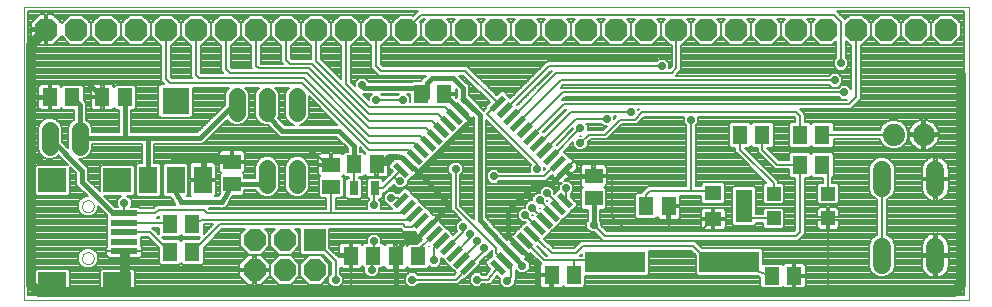
<source format=gtl>
G75*
G70*
%OFA0B0*%
%FSLAX24Y24*%
%IPPOS*%
%LPD*%
%AMOC8*
5,1,8,0,0,1.08239X$1,22.5*
%
%ADD10C,0.0000*%
%ADD11R,0.0591X0.0197*%
%ADD12R,0.0197X0.0591*%
%ADD13R,0.0512X0.0591*%
%ADD14R,0.0591X0.0512*%
%ADD15R,0.0740X0.0740*%
%ADD16OC8,0.0740*%
%ADD17R,0.0512X0.0630*%
%ADD18C,0.0600*%
%ADD19C,0.0740*%
%ADD20R,0.0945X0.0787*%
%ADD21R,0.0909X0.0197*%
%ADD22OC8,0.0760*%
%ADD23R,0.2000X0.0700*%
%ADD24C,0.0560*%
%ADD25R,0.0315X0.0472*%
%ADD26R,0.0600X0.0900*%
%ADD27R,0.0900X0.0900*%
%ADD28R,0.0472X0.0472*%
%ADD29R,0.0551X0.1102*%
%ADD30R,0.0551X0.0472*%
%ADD31C,0.0080*%
%ADD32C,0.0320*%
%ADD33C,0.0240*%
%ADD34C,0.0160*%
%ADD35OC8,0.0240*%
D10*
X000202Y000242D02*
X000202Y009992D01*
X031702Y009992D01*
X031702Y000242D01*
X000202Y000242D01*
X002148Y001626D02*
X002150Y001653D01*
X002156Y001680D01*
X002165Y001706D01*
X002178Y001730D01*
X002194Y001753D01*
X002213Y001772D01*
X002235Y001789D01*
X002259Y001803D01*
X002284Y001813D01*
X002311Y001820D01*
X002338Y001823D01*
X002366Y001822D01*
X002393Y001817D01*
X002419Y001809D01*
X002443Y001797D01*
X002466Y001781D01*
X002487Y001763D01*
X002504Y001742D01*
X002519Y001718D01*
X002530Y001693D01*
X002538Y001667D01*
X002542Y001640D01*
X002542Y001612D01*
X002538Y001585D01*
X002530Y001559D01*
X002519Y001534D01*
X002504Y001510D01*
X002487Y001489D01*
X002466Y001471D01*
X002444Y001455D01*
X002419Y001443D01*
X002393Y001435D01*
X002366Y001430D01*
X002338Y001429D01*
X002311Y001432D01*
X002284Y001439D01*
X002259Y001449D01*
X002235Y001463D01*
X002213Y001480D01*
X002194Y001499D01*
X002178Y001522D01*
X002165Y001546D01*
X002156Y001572D01*
X002150Y001599D01*
X002148Y001626D01*
X002148Y003358D02*
X002150Y003385D01*
X002156Y003412D01*
X002165Y003438D01*
X002178Y003462D01*
X002194Y003485D01*
X002213Y003504D01*
X002235Y003521D01*
X002259Y003535D01*
X002284Y003545D01*
X002311Y003552D01*
X002338Y003555D01*
X002366Y003554D01*
X002393Y003549D01*
X002419Y003541D01*
X002443Y003529D01*
X002466Y003513D01*
X002487Y003495D01*
X002504Y003474D01*
X002519Y003450D01*
X002530Y003425D01*
X002538Y003399D01*
X002542Y003372D01*
X002542Y003344D01*
X002538Y003317D01*
X002530Y003291D01*
X002519Y003266D01*
X002504Y003242D01*
X002487Y003221D01*
X002466Y003203D01*
X002444Y003187D01*
X002419Y003175D01*
X002393Y003167D01*
X002366Y003162D01*
X002338Y003161D01*
X002311Y003164D01*
X002284Y003171D01*
X002259Y003181D01*
X002235Y003195D01*
X002213Y003212D01*
X002194Y003231D01*
X002178Y003254D01*
X002165Y003278D01*
X002156Y003304D01*
X002150Y003331D01*
X002148Y003358D01*
D11*
G36*
X013062Y003693D02*
X012646Y003277D01*
X012508Y003415D01*
X012924Y003831D01*
X013062Y003693D01*
G37*
G36*
X013285Y003470D02*
X012869Y003054D01*
X012731Y003192D01*
X013147Y003608D01*
X013285Y003470D01*
G37*
G36*
X013508Y003248D02*
X013092Y002832D01*
X012954Y002970D01*
X013370Y003386D01*
X013508Y003248D01*
G37*
G36*
X013730Y003025D02*
X013314Y002609D01*
X013176Y002747D01*
X013592Y003163D01*
X013730Y003025D01*
G37*
G36*
X013953Y002802D02*
X013537Y002386D01*
X013399Y002524D01*
X013815Y002940D01*
X013953Y002802D01*
G37*
G36*
X014176Y002579D02*
X013760Y002163D01*
X013622Y002301D01*
X014038Y002717D01*
X014176Y002579D01*
G37*
G36*
X014398Y002357D02*
X013982Y001941D01*
X013844Y002079D01*
X014260Y002495D01*
X014398Y002357D01*
G37*
G36*
X014621Y002134D02*
X014205Y001718D01*
X014067Y001856D01*
X014483Y002272D01*
X014621Y002134D01*
G37*
G36*
X014844Y001911D02*
X014428Y001495D01*
X014290Y001633D01*
X014706Y002049D01*
X014844Y001911D01*
G37*
G36*
X015067Y001689D02*
X014651Y001273D01*
X014513Y001411D01*
X014929Y001827D01*
X015067Y001689D01*
G37*
G36*
X015289Y001466D02*
X014873Y001050D01*
X014735Y001188D01*
X015151Y001604D01*
X015289Y001466D01*
G37*
G36*
X018519Y004695D02*
X018103Y004279D01*
X017965Y004417D01*
X018381Y004833D01*
X018519Y004695D01*
G37*
G36*
X018296Y004918D02*
X017880Y004502D01*
X017742Y004640D01*
X018158Y005056D01*
X018296Y004918D01*
G37*
G36*
X018073Y005141D02*
X017657Y004725D01*
X017519Y004863D01*
X017935Y005279D01*
X018073Y005141D01*
G37*
G36*
X017850Y005363D02*
X017434Y004947D01*
X017296Y005085D01*
X017712Y005501D01*
X017850Y005363D01*
G37*
G36*
X017628Y005586D02*
X017212Y005170D01*
X017074Y005308D01*
X017490Y005724D01*
X017628Y005586D01*
G37*
G36*
X017405Y005809D02*
X016989Y005393D01*
X016851Y005531D01*
X017267Y005947D01*
X017405Y005809D01*
G37*
G36*
X017182Y006031D02*
X016766Y005615D01*
X016628Y005753D01*
X017044Y006169D01*
X017182Y006031D01*
G37*
G36*
X016960Y006254D02*
X016544Y005838D01*
X016406Y005976D01*
X016822Y006392D01*
X016960Y006254D01*
G37*
G36*
X016737Y006477D02*
X016321Y006061D01*
X016183Y006199D01*
X016599Y006615D01*
X016737Y006477D01*
G37*
G36*
X016514Y006700D02*
X016098Y006284D01*
X015960Y006422D01*
X016376Y006838D01*
X016514Y006700D01*
G37*
G36*
X016291Y006922D02*
X015875Y006506D01*
X015737Y006644D01*
X016153Y007060D01*
X016291Y006922D01*
G37*
D12*
G36*
X015289Y006644D02*
X015151Y006506D01*
X014735Y006922D01*
X014873Y007060D01*
X015289Y006644D01*
G37*
G36*
X015067Y006422D02*
X014929Y006284D01*
X014513Y006700D01*
X014651Y006838D01*
X015067Y006422D01*
G37*
G36*
X014844Y006199D02*
X014706Y006061D01*
X014290Y006477D01*
X014428Y006615D01*
X014844Y006199D01*
G37*
G36*
X014621Y005976D02*
X014483Y005838D01*
X014067Y006254D01*
X014205Y006392D01*
X014621Y005976D01*
G37*
G36*
X014398Y005753D02*
X014260Y005615D01*
X013844Y006031D01*
X013982Y006169D01*
X014398Y005753D01*
G37*
G36*
X014176Y005531D02*
X014038Y005393D01*
X013622Y005809D01*
X013760Y005947D01*
X014176Y005531D01*
G37*
G36*
X013953Y005308D02*
X013815Y005170D01*
X013399Y005586D01*
X013537Y005724D01*
X013953Y005308D01*
G37*
G36*
X013730Y005085D02*
X013592Y004947D01*
X013176Y005363D01*
X013314Y005501D01*
X013730Y005085D01*
G37*
G36*
X013508Y004863D02*
X013370Y004725D01*
X012954Y005141D01*
X013092Y005279D01*
X013508Y004863D01*
G37*
G36*
X013285Y004640D02*
X013147Y004502D01*
X012731Y004918D01*
X012869Y005056D01*
X013285Y004640D01*
G37*
G36*
X013062Y004417D02*
X012924Y004279D01*
X012508Y004695D01*
X012646Y004833D01*
X013062Y004417D01*
G37*
G36*
X017850Y002747D02*
X017712Y002609D01*
X017296Y003025D01*
X017434Y003163D01*
X017850Y002747D01*
G37*
G36*
X017628Y002524D02*
X017490Y002386D01*
X017074Y002802D01*
X017212Y002940D01*
X017628Y002524D01*
G37*
G36*
X017405Y002301D02*
X017267Y002163D01*
X016851Y002579D01*
X016989Y002717D01*
X017405Y002301D01*
G37*
G36*
X017182Y002079D02*
X017044Y001941D01*
X016628Y002357D01*
X016766Y002495D01*
X017182Y002079D01*
G37*
G36*
X016960Y001856D02*
X016822Y001718D01*
X016406Y002134D01*
X016544Y002272D01*
X016960Y001856D01*
G37*
G36*
X016737Y001633D02*
X016599Y001495D01*
X016183Y001911D01*
X016321Y002049D01*
X016737Y001633D01*
G37*
G36*
X016514Y001411D02*
X016376Y001273D01*
X015960Y001689D01*
X016098Y001827D01*
X016514Y001411D01*
G37*
G36*
X016291Y001188D02*
X016153Y001050D01*
X015737Y001466D01*
X015875Y001604D01*
X016291Y001188D01*
G37*
G36*
X018073Y002970D02*
X017935Y002832D01*
X017519Y003248D01*
X017657Y003386D01*
X018073Y002970D01*
G37*
G36*
X018296Y003192D02*
X018158Y003054D01*
X017742Y003470D01*
X017880Y003608D01*
X018296Y003192D01*
G37*
G36*
X018519Y003415D02*
X018381Y003277D01*
X017965Y003693D01*
X018103Y003831D01*
X018519Y003415D01*
G37*
D13*
X013351Y001682D03*
X012603Y001682D03*
X011856Y001712D03*
X011108Y001712D03*
X017803Y001062D03*
X018551Y001062D03*
X025133Y001032D03*
X025881Y001032D03*
X011966Y004757D03*
X011218Y004757D03*
X013463Y007107D03*
X014211Y007107D03*
X003576Y006992D03*
X002828Y006992D03*
X001826Y006992D03*
X001078Y006992D03*
D14*
X007147Y004831D03*
X007147Y004083D03*
X010452Y003993D03*
X010452Y004741D03*
X019202Y004366D03*
X019202Y003618D03*
D15*
X009902Y002232D03*
D16*
X008902Y002232D03*
X007902Y002232D03*
X007902Y001232D03*
X008902Y001232D03*
X009902Y001232D03*
D17*
X005826Y001832D03*
X005078Y001832D03*
X005078Y002752D03*
X005826Y002752D03*
X020953Y003367D03*
X021701Y003367D03*
X026078Y004742D03*
X026826Y004742D03*
X026826Y005742D03*
X026078Y005742D03*
X024826Y005742D03*
X024078Y005742D03*
D18*
X028812Y004572D02*
X028812Y003972D01*
X030592Y003972D02*
X030592Y004572D01*
X030592Y002012D02*
X030592Y001412D01*
X028812Y001412D02*
X028812Y002012D01*
D19*
X029202Y005742D03*
X030202Y005742D03*
D20*
X003330Y004224D03*
X001164Y004224D03*
X001164Y000760D03*
X003330Y000760D03*
D21*
X003552Y001862D03*
X003552Y002177D03*
X003552Y002492D03*
X003552Y002807D03*
X003552Y003122D03*
D22*
X003952Y009242D03*
X004952Y009242D03*
X005952Y009242D03*
X006952Y009242D03*
X007952Y009242D03*
X008952Y009242D03*
X009952Y009242D03*
X010952Y009242D03*
X011952Y009242D03*
X012952Y009242D03*
X013952Y009242D03*
X014952Y009242D03*
X015952Y009242D03*
X016952Y009242D03*
X017952Y009242D03*
X018952Y009242D03*
X019952Y009242D03*
X020952Y009242D03*
X021952Y009242D03*
X022952Y009242D03*
X023952Y009242D03*
X024952Y009242D03*
X025952Y009242D03*
X026952Y009242D03*
X027952Y009242D03*
X028952Y009242D03*
X029952Y009242D03*
X030952Y009242D03*
X002952Y009242D03*
X001952Y009242D03*
X000952Y009242D03*
D23*
X019927Y001492D03*
X023727Y001492D03*
D24*
X009322Y004057D02*
X009322Y004617D01*
X008322Y004617D02*
X008322Y004057D01*
X002077Y005337D02*
X002077Y005897D01*
X001077Y005897D02*
X001077Y005337D01*
X007312Y006457D02*
X007312Y007017D01*
X008312Y007017D02*
X008312Y006457D01*
X009312Y006457D02*
X009312Y007017D01*
D25*
X011207Y003952D03*
X011916Y003952D03*
D26*
X006175Y004235D03*
X005265Y004235D03*
X004355Y004235D03*
D27*
X005265Y006875D03*
D28*
X025202Y003780D03*
X027014Y003780D03*
X027014Y002954D03*
X025202Y002954D03*
D29*
X024213Y003367D03*
D30*
X023190Y003800D03*
X023190Y002934D03*
D31*
X022873Y002617D01*
X021952Y002617D01*
X021702Y002617D01*
X021701Y002618D01*
X021701Y003367D01*
X021741Y003384D02*
X023818Y003384D01*
X023818Y003462D02*
X023533Y003462D01*
X023515Y003444D02*
X023585Y003514D01*
X023585Y004086D01*
X023515Y004156D01*
X022864Y004156D01*
X022794Y004086D01*
X022794Y004027D01*
X022612Y004027D01*
X022612Y006062D01*
X022692Y006142D01*
X022692Y006332D01*
X025385Y006332D01*
X025885Y006332D01*
X025917Y006301D01*
X025917Y006177D01*
X025772Y006177D01*
X025702Y006107D01*
X025702Y005377D01*
X025772Y005307D01*
X026383Y005307D01*
X026452Y005375D01*
X026520Y005307D01*
X027131Y005307D01*
X027201Y005377D01*
X027201Y005582D01*
X028737Y005582D01*
X028786Y005464D01*
X028924Y005326D01*
X029104Y005252D01*
X029299Y005252D01*
X029479Y005326D01*
X029617Y005464D01*
X029692Y005644D01*
X029692Y005839D01*
X029617Y006019D01*
X029479Y006157D01*
X029299Y006232D01*
X029104Y006232D01*
X028924Y006157D01*
X028786Y006019D01*
X028737Y005902D01*
X027201Y005902D01*
X027201Y006107D01*
X027131Y006177D01*
X026520Y006177D01*
X026452Y006108D01*
X026383Y006177D01*
X026237Y006177D01*
X026237Y006433D01*
X026143Y006527D01*
X026078Y006592D01*
X027655Y006592D01*
X027788Y006592D01*
X028018Y006822D01*
X028112Y006916D01*
X028112Y008742D01*
X028159Y008742D01*
X028452Y009035D01*
X028744Y008742D01*
X029159Y008742D01*
X029452Y009035D01*
X029744Y008742D01*
X030159Y008742D01*
X030452Y009035D01*
X030744Y008742D01*
X031159Y008742D01*
X031452Y009035D01*
X031452Y009449D01*
X031159Y009742D01*
X030744Y009742D01*
X030452Y009449D01*
X030452Y009035D01*
X030452Y009449D01*
X030159Y009742D01*
X029744Y009742D01*
X029452Y009449D01*
X029452Y009035D01*
X029452Y009449D01*
X029159Y009742D01*
X028744Y009742D01*
X028452Y009449D01*
X028452Y009035D01*
X028452Y009449D01*
X028159Y009742D01*
X027744Y009742D01*
X027586Y009584D01*
X027518Y009652D01*
X027318Y009852D01*
X031562Y009852D01*
X031562Y000382D01*
X003922Y000382D01*
X003922Y001203D01*
X003852Y001273D01*
X002807Y001273D01*
X002737Y001203D01*
X002737Y000382D01*
X001757Y000382D01*
X001757Y001203D01*
X001686Y001273D01*
X000642Y001273D01*
X000572Y001203D01*
X000572Y000382D01*
X000342Y000382D01*
X000342Y009852D01*
X013335Y009852D01*
X013192Y009709D01*
X013159Y009742D01*
X012744Y009742D01*
X012452Y009449D01*
X012452Y009035D01*
X012744Y008742D01*
X013159Y008742D01*
X013452Y009035D01*
X013744Y008742D01*
X014159Y008742D01*
X014452Y009035D01*
X014744Y008742D01*
X015159Y008742D01*
X015452Y009035D01*
X015744Y008742D01*
X016159Y008742D01*
X016452Y009035D01*
X016744Y008742D01*
X017159Y008742D01*
X017452Y009035D01*
X017744Y008742D01*
X018159Y008742D01*
X018452Y009035D01*
X018744Y008742D01*
X019159Y008742D01*
X019452Y009035D01*
X019744Y008742D01*
X020159Y008742D01*
X020452Y009035D01*
X020744Y008742D01*
X021159Y008742D01*
X021452Y009035D01*
X021744Y008742D01*
X021802Y008742D01*
X021802Y008018D01*
X021735Y007952D01*
X021722Y007952D01*
X021722Y008131D01*
X021581Y008272D01*
X021382Y008272D01*
X021302Y008192D01*
X017655Y008192D01*
X017562Y008098D01*
X016422Y006959D01*
X016413Y006959D01*
X016413Y006972D01*
X016203Y007182D01*
X016104Y007182D01*
X015973Y007051D01*
X014992Y008032D01*
X014859Y008032D01*
X012188Y008032D01*
X012112Y008108D01*
X012112Y008742D01*
X012159Y008742D01*
X012452Y009035D01*
X012452Y009449D01*
X012159Y009742D01*
X011744Y009742D01*
X011452Y009449D01*
X011452Y009035D01*
X011744Y008742D01*
X011792Y008742D01*
X011792Y008108D01*
X011792Y007976D01*
X011962Y007806D01*
X012055Y007712D01*
X013599Y007712D01*
X013442Y007555D01*
X013442Y007522D01*
X013157Y007522D01*
X013147Y007512D01*
X011701Y007512D01*
X011581Y007632D01*
X011382Y007632D01*
X011242Y007491D01*
X011242Y007378D01*
X011112Y007508D01*
X011112Y008742D01*
X011159Y008742D01*
X011452Y009035D01*
X011452Y009449D01*
X011159Y009742D01*
X010744Y009742D01*
X010452Y009449D01*
X010452Y009035D01*
X010744Y008742D01*
X010792Y008742D01*
X010792Y007588D01*
X010112Y008268D01*
X010112Y008742D01*
X010159Y008742D01*
X010452Y009035D01*
X010452Y009449D01*
X010159Y009742D01*
X009744Y009742D01*
X009452Y009449D01*
X009452Y009035D01*
X009744Y008742D01*
X009792Y008742D01*
X009792Y008272D01*
X009468Y008272D01*
X009148Y008272D01*
X009112Y008308D01*
X009112Y008742D01*
X009159Y008742D01*
X009452Y009035D01*
X009452Y009449D01*
X009159Y009742D01*
X008744Y009742D01*
X008452Y009449D01*
X008452Y009035D01*
X008744Y008742D01*
X008792Y008742D01*
X008792Y008176D01*
X008855Y008112D01*
X008828Y008112D01*
X008112Y008112D01*
X008112Y008742D01*
X008159Y008742D01*
X008452Y009035D01*
X008452Y009449D01*
X008159Y009742D01*
X007744Y009742D01*
X007452Y009449D01*
X007452Y009035D01*
X007744Y008742D01*
X007792Y008742D01*
X007792Y008108D01*
X007792Y007976D01*
X007815Y007952D01*
X007148Y007952D01*
X007112Y007988D01*
X007112Y008742D01*
X007159Y008742D01*
X007452Y009035D01*
X007452Y009449D01*
X007159Y009742D01*
X006744Y009742D01*
X006452Y009449D01*
X006452Y009035D01*
X006744Y008742D01*
X006792Y008742D01*
X006792Y007988D01*
X006792Y007856D01*
X006855Y007792D01*
X006112Y007792D01*
X006112Y008742D01*
X006159Y008742D01*
X006452Y009035D01*
X006452Y009449D01*
X006159Y009742D01*
X005744Y009742D01*
X005452Y009449D01*
X005452Y009035D01*
X005744Y008742D01*
X005792Y008742D01*
X005792Y007788D01*
X005792Y007656D01*
X005815Y007632D01*
X005148Y007632D01*
X005112Y007668D01*
X005112Y008742D01*
X005159Y008742D01*
X005452Y009035D01*
X005452Y009449D01*
X005159Y009742D01*
X004744Y009742D01*
X004452Y009449D01*
X004452Y009035D01*
X004744Y008742D01*
X004792Y008742D01*
X004792Y007668D01*
X004792Y007536D01*
X004882Y007445D01*
X004765Y007445D01*
X004695Y007375D01*
X004695Y006375D01*
X004765Y006305D01*
X005764Y006305D01*
X005835Y006375D01*
X005835Y007312D01*
X006788Y007312D01*
X007041Y007312D01*
X006972Y007243D01*
X006912Y007096D01*
X006912Y006735D01*
X005994Y005817D01*
X004437Y005817D01*
X004272Y005817D01*
X004244Y005817D01*
X003776Y005817D01*
X003776Y006577D01*
X003881Y006577D01*
X003951Y006647D01*
X003951Y007337D01*
X003881Y007407D01*
X003270Y007407D01*
X003210Y007347D01*
X003195Y007373D01*
X003169Y007399D01*
X003137Y007418D01*
X003102Y007427D01*
X002867Y007427D01*
X002867Y007032D01*
X002788Y007032D01*
X002788Y007427D01*
X002553Y007427D01*
X002518Y007418D01*
X002486Y007399D01*
X002460Y007373D01*
X002441Y007341D01*
X002432Y007306D01*
X002432Y007032D01*
X002787Y007032D01*
X002787Y006952D01*
X002432Y006952D01*
X002432Y006678D01*
X002441Y006643D01*
X002460Y006611D01*
X002486Y006585D01*
X002518Y006566D01*
X002553Y006557D01*
X002788Y006557D01*
X002788Y006952D01*
X002867Y006952D01*
X002867Y006557D01*
X003102Y006557D01*
X003137Y006566D01*
X003169Y006585D01*
X003195Y006611D01*
X003210Y006636D01*
X003270Y006577D01*
X003376Y006577D01*
X003376Y005817D01*
X002477Y005817D01*
X002477Y005976D01*
X003376Y005976D01*
X003376Y006054D02*
X002444Y006054D01*
X002416Y006123D02*
X002303Y006236D01*
X002277Y006247D01*
X002277Y006658D01*
X002277Y006824D01*
X002201Y006899D01*
X002201Y007337D01*
X002131Y007407D01*
X001520Y007407D01*
X001460Y007347D01*
X001445Y007373D01*
X001419Y007399D01*
X001387Y007418D01*
X001352Y007427D01*
X001117Y007427D01*
X001117Y007032D01*
X001038Y007032D01*
X001038Y007427D01*
X000803Y007427D01*
X000768Y007418D01*
X000736Y007399D01*
X000710Y007373D01*
X000691Y007341D01*
X000682Y007306D01*
X000682Y007032D01*
X001037Y007032D01*
X001037Y006952D01*
X000682Y006952D01*
X000682Y006678D01*
X000691Y006643D01*
X000710Y006611D01*
X000736Y006585D01*
X000768Y006566D01*
X000803Y006557D01*
X001038Y006557D01*
X001038Y006952D01*
X001117Y006952D01*
X001117Y006557D01*
X001352Y006557D01*
X001387Y006566D01*
X001419Y006585D01*
X001445Y006611D01*
X001460Y006636D01*
X001520Y006577D01*
X001877Y006577D01*
X001877Y006247D01*
X001850Y006236D01*
X001737Y006123D01*
X001677Y005976D01*
X001477Y005976D01*
X001416Y006123D01*
X001303Y006236D01*
X001156Y006297D01*
X000997Y006297D01*
X000850Y006236D01*
X000737Y006123D01*
X000677Y005976D01*
X000342Y005976D01*
X000342Y006054D02*
X000709Y006054D01*
X000677Y005976D02*
X000677Y005257D01*
X000737Y005110D01*
X000850Y004998D01*
X000997Y004937D01*
X001156Y004937D01*
X001303Y004998D01*
X001358Y005053D01*
X001673Y004738D01*
X000642Y004738D01*
X000572Y004668D01*
X000572Y003781D01*
X000642Y003710D01*
X001686Y003710D01*
X001757Y003781D01*
X001757Y004654D01*
X001957Y004454D01*
X001957Y004245D01*
X001957Y004079D01*
X002341Y003695D01*
X002278Y003695D01*
X002154Y003644D01*
X002060Y003549D01*
X002008Y003425D01*
X002008Y003291D01*
X002060Y003167D01*
X002154Y003072D01*
X002278Y003021D01*
X002412Y003021D01*
X002536Y003072D01*
X002631Y003167D01*
X002682Y003291D01*
X002682Y003354D01*
X002977Y003058D01*
X002977Y002974D01*
X002987Y002964D01*
X002977Y002955D01*
X002977Y002659D01*
X002987Y002649D01*
X002977Y002640D01*
X002977Y002344D01*
X002987Y002334D01*
X002977Y002325D01*
X002977Y002033D01*
X002967Y002014D01*
X002957Y001979D01*
X002957Y001871D01*
X003542Y001871D01*
X003542Y001853D01*
X002957Y001853D01*
X002957Y001745D01*
X002967Y001709D01*
X002985Y001678D01*
X003011Y001651D01*
X003043Y001633D01*
X003079Y001624D01*
X003542Y001624D01*
X003542Y001852D01*
X003561Y001852D01*
X003561Y001624D01*
X004024Y001624D01*
X004060Y001633D01*
X004092Y001651D01*
X004118Y001678D01*
X004136Y001709D01*
X004146Y001745D01*
X004146Y001853D01*
X003561Y001853D01*
X003561Y001871D01*
X004146Y001871D01*
X004146Y001979D01*
X004136Y002014D01*
X004126Y002033D01*
X004126Y002325D01*
X004119Y002332D01*
X004174Y002332D01*
X004351Y002332D01*
X004702Y001981D01*
X004702Y001467D01*
X004772Y001397D01*
X005383Y001397D01*
X005452Y001465D01*
X005520Y001397D01*
X006131Y001397D01*
X006201Y001467D01*
X006201Y001981D01*
X006812Y002592D01*
X006989Y002592D01*
X007569Y002592D01*
X007412Y002435D01*
X007412Y002029D01*
X007699Y001742D01*
X008104Y001742D01*
X008392Y002029D01*
X008392Y002435D01*
X008234Y002592D01*
X008569Y002592D01*
X008412Y002435D01*
X008412Y002029D01*
X008699Y001742D01*
X009104Y001742D01*
X009392Y002029D01*
X009392Y002435D01*
X009234Y002592D01*
X009412Y002592D01*
X009412Y001812D01*
X009482Y001742D01*
X010165Y001742D01*
X010442Y001466D01*
X010442Y001091D01*
X010392Y001041D01*
X010392Y001435D01*
X010104Y001722D01*
X009699Y001722D01*
X009412Y001435D01*
X009412Y001029D01*
X009699Y000742D01*
X010104Y000742D01*
X010362Y000999D01*
X010362Y000812D01*
X010502Y000672D01*
X010701Y000672D01*
X010842Y000812D01*
X010842Y001011D01*
X010762Y001091D01*
X010762Y001309D01*
X010766Y001305D01*
X010798Y001286D01*
X010833Y001277D01*
X011068Y001277D01*
X011068Y001672D01*
X011147Y001672D01*
X011147Y001277D01*
X011382Y001277D01*
X011417Y001286D01*
X011449Y001305D01*
X011475Y001331D01*
X011490Y001356D01*
X011550Y001297D01*
X011562Y001297D01*
X011562Y001132D01*
X011702Y000992D01*
X011901Y000992D01*
X012042Y001132D01*
X012042Y001297D01*
X012161Y001297D01*
X012212Y001348D01*
X012216Y001333D01*
X012235Y001301D01*
X012261Y001275D01*
X012293Y001256D01*
X012328Y001247D01*
X012563Y001247D01*
X012563Y001642D01*
X012642Y001642D01*
X012642Y001247D01*
X012877Y001247D01*
X012912Y001256D01*
X012944Y001275D01*
X012970Y001301D01*
X012985Y001326D01*
X013045Y001267D01*
X013656Y001267D01*
X013726Y001337D01*
X013726Y001368D01*
X013782Y001312D01*
X013981Y001312D01*
X014122Y001452D01*
X014122Y001630D01*
X014155Y001597D01*
X014168Y001597D01*
X014168Y001583D01*
X014378Y001374D01*
X014391Y001374D01*
X014391Y001361D01*
X014601Y001151D01*
X014614Y001151D01*
X014614Y001150D01*
X014535Y001072D01*
X013341Y001072D01*
X013261Y001152D01*
X013062Y001152D01*
X012922Y001011D01*
X012922Y000812D01*
X013062Y000672D01*
X013261Y000672D01*
X013341Y000752D01*
X014668Y000752D01*
X014762Y000846D01*
X014844Y000928D01*
X014923Y000928D01*
X015411Y001416D01*
X015411Y001499D01*
X015624Y001712D01*
X015661Y001712D01*
X015802Y001852D01*
X015802Y001886D01*
X015802Y001726D01*
X015814Y001713D01*
X015616Y001516D01*
X015616Y001416D01*
X015763Y001270D01*
X015603Y001072D01*
X015496Y001072D01*
X015416Y001152D01*
X015217Y001152D01*
X015077Y001011D01*
X015077Y000812D01*
X015217Y000672D01*
X015416Y000672D01*
X015496Y000752D01*
X015623Y000752D01*
X015630Y000746D01*
X015688Y000752D01*
X015746Y000752D01*
X015752Y000759D01*
X015762Y000760D01*
X015799Y000805D01*
X015839Y000846D01*
X015839Y000855D01*
X015990Y001042D01*
X016087Y000946D01*
X016087Y000767D01*
X016227Y000627D01*
X016426Y000627D01*
X016567Y000767D01*
X016567Y000881D01*
X016612Y000926D01*
X016612Y001058D01*
X016612Y001183D01*
X016612Y001243D01*
X016727Y001127D01*
X016926Y001127D01*
X017067Y001267D01*
X017067Y001466D01*
X016926Y001607D01*
X016910Y001607D01*
X016984Y001681D01*
X016683Y001982D01*
X016696Y001995D01*
X016997Y001694D01*
X017073Y001770D01*
X017089Y001798D01*
X017402Y001486D01*
X017439Y001448D01*
X017435Y001443D01*
X017416Y001411D01*
X017407Y001376D01*
X017407Y001102D01*
X017762Y001102D01*
X017762Y001022D01*
X017407Y001022D01*
X017407Y000748D01*
X017416Y000713D01*
X016512Y000713D01*
X016567Y000792D02*
X017407Y000792D01*
X017407Y000870D02*
X016567Y000870D01*
X016612Y000949D02*
X017407Y000949D01*
X017407Y001106D02*
X016612Y001106D01*
X016612Y001184D02*
X016670Y001184D01*
X016612Y001027D02*
X017762Y001027D01*
X017763Y001022D02*
X017842Y001022D01*
X017842Y000627D01*
X018077Y000627D01*
X018112Y000636D01*
X018144Y000655D01*
X018170Y000681D01*
X018185Y000706D01*
X018245Y000647D01*
X018856Y000647D01*
X018926Y000717D01*
X018926Y001022D01*
X020976Y001022D01*
X021047Y001092D01*
X021047Y001872D01*
X022455Y001872D01*
X022607Y001721D01*
X022607Y001092D01*
X022677Y001022D01*
X024649Y001022D01*
X024757Y000987D01*
X024757Y000687D01*
X024827Y000617D01*
X025438Y000617D01*
X025498Y000676D01*
X025513Y000651D01*
X025539Y000625D01*
X025571Y000606D01*
X025606Y000597D01*
X025841Y000597D01*
X025841Y000992D01*
X025920Y000992D01*
X025920Y000597D01*
X026155Y000597D01*
X026191Y000606D01*
X026222Y000625D01*
X026249Y000651D01*
X026267Y000683D01*
X026276Y000718D01*
X026276Y000992D01*
X025921Y000992D01*
X025921Y001072D01*
X026276Y001072D01*
X026276Y001346D01*
X026267Y001381D01*
X026249Y001413D01*
X026222Y001439D01*
X026191Y001458D01*
X026155Y001467D01*
X025920Y001467D01*
X025920Y001072D01*
X025841Y001072D01*
X025841Y001467D01*
X025606Y001467D01*
X025571Y001458D01*
X025539Y001439D01*
X025513Y001413D01*
X025498Y001387D01*
X025438Y001447D01*
X024847Y001447D01*
X024847Y001892D01*
X024776Y001962D01*
X022818Y001962D01*
X022588Y002192D01*
X022455Y002192D01*
X018775Y002192D01*
X018682Y002098D01*
X018535Y001952D01*
X017866Y001952D01*
X017540Y002265D01*
X017749Y002474D01*
X017749Y002487D01*
X017762Y002487D01*
X017972Y002697D01*
X017972Y002710D01*
X017985Y002710D01*
X018194Y002920D01*
X018194Y002933D01*
X018208Y002933D01*
X018417Y003142D01*
X018417Y003156D01*
X018430Y003156D01*
X018640Y003365D01*
X018640Y003464D01*
X018442Y003663D01*
X018442Y003772D01*
X018522Y003852D01*
X018522Y004051D01*
X018381Y004192D01*
X018214Y004192D01*
X018404Y004381D01*
X018242Y004543D01*
X018255Y004556D01*
X018417Y004394D01*
X018632Y004609D01*
X018650Y004641D01*
X018660Y004677D01*
X018660Y004714D01*
X018650Y004749D01*
X018632Y004781D01*
X018556Y004857D01*
X018255Y004556D01*
X018242Y004569D01*
X018543Y004870D01*
X018467Y004947D01*
X018435Y004965D01*
X018414Y004970D01*
X018210Y005174D01*
X018522Y005486D01*
X018522Y005372D01*
X018662Y005232D01*
X018861Y005232D01*
X019002Y005372D01*
X019002Y005486D01*
X019098Y005582D01*
X019510Y005582D01*
X019643Y005582D01*
X020143Y006082D01*
X020510Y006082D01*
X020643Y006082D01*
X020893Y006332D01*
X022212Y006332D01*
X022212Y006142D01*
X022292Y006062D01*
X022292Y004027D01*
X021010Y004027D01*
X020917Y003933D01*
X019607Y003933D01*
X019617Y003923D02*
X019557Y003983D01*
X019583Y003998D01*
X019609Y004024D01*
X019627Y004056D01*
X019637Y004092D01*
X019637Y004326D01*
X019242Y004326D01*
X022292Y004326D01*
X022292Y004248D02*
X019637Y004248D01*
X019637Y004169D02*
X022292Y004169D01*
X022292Y004091D02*
X019637Y004091D01*
X019597Y004012D02*
X020995Y004012D01*
X020917Y003933D02*
X020793Y003809D01*
X020793Y003802D01*
X020647Y003802D01*
X020577Y003732D01*
X020577Y003002D01*
X020647Y002932D01*
X021258Y002932D01*
X021318Y002992D01*
X021333Y002966D01*
X021359Y002940D01*
X021391Y002921D01*
X021426Y002912D01*
X021661Y002912D01*
X021661Y003327D01*
X021740Y003327D01*
X021740Y002912D01*
X021975Y002912D01*
X022011Y002921D01*
X022042Y002940D01*
X022069Y002966D01*
X022087Y002998D01*
X022096Y003033D01*
X022096Y003327D01*
X021741Y003327D01*
X021741Y003407D01*
X022096Y003407D01*
X022096Y003700D01*
X022095Y003707D01*
X022385Y003707D01*
X022518Y003707D01*
X022794Y003707D01*
X022794Y003514D01*
X022864Y003444D01*
X023515Y003444D01*
X023585Y003541D02*
X023818Y003541D01*
X023818Y003619D02*
X023585Y003619D01*
X023585Y003698D02*
X023818Y003698D01*
X023818Y003776D02*
X023585Y003776D01*
X023585Y003855D02*
X023818Y003855D01*
X023818Y003933D02*
X023585Y003933D01*
X023585Y004012D02*
X023862Y004012D01*
X023888Y004038D02*
X023818Y003968D01*
X023818Y002766D01*
X023888Y002696D01*
X024539Y002696D01*
X024609Y002766D01*
X024609Y002794D01*
X024693Y002794D01*
X024845Y002794D01*
X024845Y002668D01*
X024916Y002597D01*
X025487Y002597D01*
X025558Y002668D01*
X025558Y003239D01*
X025487Y003310D01*
X024916Y003310D01*
X024845Y003239D01*
X024845Y003113D01*
X024693Y003113D01*
X024609Y003113D01*
X024609Y003968D01*
X024539Y004038D01*
X023888Y004038D01*
X023581Y004091D02*
X024870Y004091D01*
X024845Y004066D02*
X024845Y003494D01*
X024916Y003424D01*
X025487Y003424D01*
X025558Y003494D01*
X025558Y004066D01*
X025487Y004136D01*
X025362Y004136D01*
X025362Y004183D01*
X024238Y005307D01*
X024383Y005307D01*
X024452Y005375D01*
X024520Y005307D01*
X024667Y005307D01*
X024667Y005176D01*
X024760Y005082D01*
X025260Y004582D01*
X025393Y004582D01*
X025702Y004582D01*
X025702Y004377D01*
X025772Y004307D01*
X025917Y004307D01*
X025917Y002558D01*
X025885Y002527D01*
X025635Y002527D01*
X019643Y002527D01*
X019442Y002728D01*
X019442Y002841D01*
X019402Y002881D01*
X019402Y003242D01*
X019547Y003242D01*
X019617Y003312D01*
X019617Y003923D01*
X019617Y003855D02*
X020838Y003855D01*
X020953Y003743D02*
X021077Y003867D01*
X022452Y003867D01*
X022452Y006242D01*
X022692Y006211D02*
X025917Y006211D01*
X025917Y006290D02*
X022692Y006290D01*
X022682Y006133D02*
X023728Y006133D01*
X023702Y006107D02*
X023702Y005377D01*
X023772Y005307D01*
X023917Y005307D01*
X023917Y005176D01*
X024010Y005082D01*
X024010Y005082D01*
X024956Y004136D01*
X024916Y004136D01*
X024845Y004066D01*
X024845Y004012D02*
X024565Y004012D01*
X024609Y003933D02*
X024845Y003933D01*
X024845Y003855D02*
X024609Y003855D01*
X024609Y003776D02*
X024845Y003776D01*
X024845Y003698D02*
X024609Y003698D01*
X024609Y003619D02*
X024845Y003619D01*
X024845Y003541D02*
X024609Y003541D01*
X024609Y003462D02*
X024878Y003462D01*
X024911Y003305D02*
X024609Y003305D01*
X024609Y003227D02*
X024845Y003227D01*
X024845Y003148D02*
X024609Y003148D01*
X024627Y002954D02*
X024288Y002954D01*
X024202Y002867D01*
X024202Y003355D01*
X024213Y003367D01*
X024609Y003384D02*
X025917Y003384D01*
X025917Y003462D02*
X025526Y003462D01*
X025558Y003541D02*
X025917Y003541D01*
X025917Y003619D02*
X025558Y003619D01*
X025558Y003698D02*
X025917Y003698D01*
X025917Y003776D02*
X025558Y003776D01*
X025558Y003855D02*
X025917Y003855D01*
X025917Y003933D02*
X025558Y003933D01*
X025558Y004012D02*
X025917Y004012D01*
X025917Y004091D02*
X025533Y004091D01*
X025362Y004169D02*
X025917Y004169D01*
X025917Y004248D02*
X025297Y004248D01*
X025219Y004326D02*
X025753Y004326D01*
X025702Y004405D02*
X025140Y004405D01*
X025061Y004483D02*
X025702Y004483D01*
X025702Y004562D02*
X024983Y004562D01*
X024904Y004640D02*
X025202Y004640D01*
X025123Y004719D02*
X024826Y004719D01*
X024747Y004797D02*
X025045Y004797D01*
X024966Y004876D02*
X024669Y004876D01*
X024590Y004954D02*
X024888Y004954D01*
X024809Y005033D02*
X024512Y005033D01*
X024433Y005112D02*
X024731Y005112D01*
X024667Y005190D02*
X024355Y005190D01*
X024276Y005269D02*
X024667Y005269D01*
X024827Y005242D02*
X024827Y005741D01*
X024826Y005742D01*
X025201Y005740D02*
X025702Y005740D01*
X025702Y005818D02*
X025201Y005818D01*
X025201Y005897D02*
X025702Y005897D01*
X025702Y005976D02*
X025201Y005976D01*
X025201Y006054D02*
X025702Y006054D01*
X025728Y006133D02*
X025175Y006133D01*
X025201Y006107D02*
X025131Y006177D01*
X024520Y006177D01*
X024452Y006108D01*
X024383Y006177D01*
X023772Y006177D01*
X023702Y006107D01*
X023702Y006054D02*
X022612Y006054D01*
X022612Y005976D02*
X023702Y005976D01*
X023702Y005897D02*
X022612Y005897D01*
X022612Y005818D02*
X023702Y005818D01*
X023702Y005740D02*
X022612Y005740D01*
X022612Y005661D02*
X023702Y005661D01*
X023702Y005583D02*
X022612Y005583D01*
X022612Y005504D02*
X023702Y005504D01*
X023702Y005426D02*
X022612Y005426D01*
X022612Y005347D02*
X023732Y005347D01*
X023917Y005269D02*
X022612Y005269D01*
X022612Y005190D02*
X023917Y005190D01*
X023981Y005112D02*
X022612Y005112D01*
X022612Y005033D02*
X024059Y005033D01*
X024138Y004954D02*
X022612Y004954D01*
X022612Y004876D02*
X024216Y004876D01*
X024295Y004797D02*
X022612Y004797D01*
X022612Y004719D02*
X024373Y004719D01*
X024452Y004640D02*
X022612Y004640D01*
X022612Y004562D02*
X024530Y004562D01*
X024609Y004483D02*
X022612Y004483D01*
X022612Y004405D02*
X024688Y004405D01*
X024766Y004326D02*
X022612Y004326D01*
X022612Y004248D02*
X024845Y004248D01*
X024923Y004169D02*
X022612Y004169D01*
X022612Y004091D02*
X022799Y004091D01*
X022998Y003992D02*
X023037Y003953D01*
X022952Y003867D01*
X022452Y003867D01*
X022794Y003698D02*
X022096Y003698D01*
X022096Y003619D02*
X022794Y003619D01*
X022794Y003541D02*
X022096Y003541D01*
X022096Y003462D02*
X022846Y003462D01*
X022896Y003310D02*
X022860Y003300D01*
X022828Y003282D01*
X022802Y003256D01*
X022784Y003224D01*
X022774Y003188D01*
X022774Y002974D01*
X023150Y002974D01*
X023150Y003310D01*
X022896Y003310D01*
X022877Y003305D02*
X022096Y003305D01*
X022096Y003227D02*
X022785Y003227D01*
X022774Y003148D02*
X022096Y003148D01*
X022096Y003069D02*
X022774Y003069D01*
X022774Y002991D02*
X022083Y002991D01*
X021977Y002912D02*
X023150Y002912D01*
X023150Y002894D02*
X022774Y002894D01*
X022774Y002679D01*
X022784Y002644D01*
X022802Y002612D01*
X022828Y002586D01*
X022860Y002567D01*
X022896Y002558D01*
X023150Y002558D01*
X023150Y002894D01*
X023230Y002894D01*
X023230Y002974D01*
X023605Y002974D01*
X023605Y003188D01*
X023596Y003224D01*
X023577Y003256D01*
X023551Y003282D01*
X023519Y003300D01*
X023484Y003310D01*
X023230Y003310D01*
X023230Y002974D01*
X023150Y002974D01*
X023150Y002894D01*
X023150Y002834D02*
X023230Y002834D01*
X023230Y002894D02*
X023230Y002558D01*
X023484Y002558D01*
X023519Y002567D01*
X023551Y002586D01*
X023577Y002612D01*
X023596Y002644D01*
X023605Y002679D01*
X023605Y002894D01*
X023230Y002894D01*
X023230Y002912D02*
X023818Y002912D01*
X023818Y002834D02*
X023605Y002834D01*
X023605Y002755D02*
X023829Y002755D01*
X023605Y002677D02*
X024845Y002677D01*
X024845Y002755D02*
X024598Y002755D01*
X024627Y002954D02*
X025202Y002954D01*
X025558Y002991D02*
X025917Y002991D01*
X025917Y003069D02*
X025558Y003069D01*
X025558Y003148D02*
X025917Y003148D01*
X025917Y003227D02*
X025558Y003227D01*
X025492Y003305D02*
X025917Y003305D01*
X026237Y003305D02*
X026698Y003305D01*
X026692Y003302D02*
X026666Y003276D01*
X026647Y003244D01*
X026638Y003208D01*
X026638Y002993D01*
X026974Y002993D01*
X026974Y002914D01*
X026638Y002914D01*
X026638Y002699D01*
X026647Y002663D01*
X026666Y002631D01*
X026692Y002605D01*
X026724Y002587D01*
X026759Y002577D01*
X026974Y002577D01*
X026974Y002913D01*
X027054Y002913D01*
X027054Y002577D01*
X027269Y002577D01*
X027304Y002587D01*
X027336Y002605D01*
X027362Y002631D01*
X027381Y002663D01*
X027390Y002699D01*
X027390Y002914D01*
X027054Y002914D01*
X027054Y002993D01*
X027390Y002993D01*
X027390Y003208D01*
X027381Y003244D01*
X027362Y003276D01*
X027336Y003302D01*
X027304Y003320D01*
X027269Y003330D01*
X027054Y003330D01*
X027054Y002994D01*
X026974Y002994D01*
X026974Y003330D01*
X026759Y003330D01*
X026724Y003320D01*
X026692Y003302D01*
X026643Y003227D02*
X026237Y003227D01*
X026237Y003148D02*
X026638Y003148D01*
X026638Y003069D02*
X026237Y003069D01*
X026237Y002991D02*
X026974Y002991D01*
X027014Y002954D02*
X027014Y000554D01*
X026952Y000492D01*
X026275Y000713D02*
X031562Y000713D01*
X031562Y000635D02*
X026232Y000635D01*
X026276Y000792D02*
X031562Y000792D01*
X031562Y000870D02*
X026276Y000870D01*
X026276Y000949D02*
X031562Y000949D01*
X031562Y001027D02*
X030806Y001027D01*
X030822Y001036D02*
X030878Y001076D01*
X030927Y001125D01*
X030968Y001181D01*
X030999Y001243D01*
X031021Y001309D01*
X031032Y001377D01*
X031032Y001672D01*
X030632Y001672D01*
X030632Y001752D01*
X031032Y001752D01*
X031032Y002046D01*
X031021Y002115D01*
X030999Y002181D01*
X030968Y002242D01*
X030927Y002299D01*
X030878Y002347D01*
X030822Y002388D01*
X030760Y002420D01*
X030695Y002441D01*
X030631Y002451D01*
X030631Y001752D01*
X030552Y001752D01*
X030552Y002451D01*
X030489Y002441D01*
X028972Y002441D01*
X028972Y002400D02*
X028972Y003584D01*
X029049Y003616D01*
X029168Y003734D01*
X029232Y003888D01*
X029232Y004655D01*
X029168Y004810D01*
X029049Y004928D01*
X028895Y004992D01*
X028728Y004992D01*
X028574Y004928D01*
X028456Y004810D01*
X028392Y004655D01*
X028392Y003888D01*
X028456Y003734D01*
X028574Y003616D01*
X028652Y003584D01*
X028652Y002400D01*
X028574Y002368D01*
X028456Y002250D01*
X028392Y002095D01*
X028392Y001328D01*
X028456Y001174D01*
X028574Y001056D01*
X028728Y000992D01*
X028895Y000992D01*
X029049Y001056D01*
X029168Y001174D01*
X029232Y001328D01*
X029232Y002095D01*
X029168Y002250D01*
X029049Y002368D01*
X028972Y002400D01*
X029055Y002363D02*
X030326Y002363D01*
X030305Y002347D02*
X030256Y002299D01*
X030215Y002242D01*
X030184Y002181D01*
X030162Y002115D01*
X030152Y002046D01*
X030152Y001752D01*
X030551Y001752D01*
X030551Y001672D01*
X030152Y001672D01*
X030152Y001377D01*
X030162Y001309D01*
X030184Y001243D01*
X030215Y001181D01*
X030256Y001125D01*
X030305Y001076D01*
X030361Y001036D01*
X030423Y001004D01*
X030489Y000983D01*
X030552Y000973D01*
X030552Y001672D01*
X030631Y001672D01*
X030631Y000973D01*
X030695Y000983D01*
X030760Y001004D01*
X030822Y001036D01*
X030908Y001106D02*
X031562Y001106D01*
X031562Y001184D02*
X030969Y001184D01*
X031006Y001263D02*
X031562Y001263D01*
X031562Y001341D02*
X031026Y001341D01*
X031032Y001420D02*
X031562Y001420D01*
X031562Y001499D02*
X031032Y001499D01*
X031032Y001577D02*
X031562Y001577D01*
X031562Y001656D02*
X031032Y001656D01*
X031032Y001813D02*
X031562Y001813D01*
X031562Y001891D02*
X031032Y001891D01*
X031032Y001970D02*
X031562Y001970D01*
X031562Y002048D02*
X031031Y002048D01*
X031017Y002127D02*
X031562Y002127D01*
X031562Y002205D02*
X030987Y002205D01*
X030938Y002284D02*
X031562Y002284D01*
X031562Y002363D02*
X030857Y002363D01*
X030694Y002441D02*
X031562Y002441D01*
X031562Y002520D02*
X028972Y002520D01*
X028972Y002598D02*
X031562Y002598D01*
X031562Y002677D02*
X028972Y002677D01*
X028972Y002755D02*
X031562Y002755D01*
X031562Y002834D02*
X028972Y002834D01*
X028972Y002912D02*
X031562Y002912D01*
X031562Y002991D02*
X028972Y002991D01*
X028972Y003069D02*
X031562Y003069D01*
X031562Y003148D02*
X028972Y003148D01*
X028972Y003227D02*
X031562Y003227D01*
X031562Y003305D02*
X028972Y003305D01*
X028972Y003384D02*
X031562Y003384D01*
X031562Y003462D02*
X028972Y003462D01*
X028972Y003541D02*
X030501Y003541D01*
X030489Y003543D02*
X030423Y003564D01*
X030361Y003596D01*
X030305Y003636D01*
X030256Y003685D01*
X030215Y003741D01*
X030184Y003803D01*
X030162Y003869D01*
X030152Y003937D01*
X030152Y004232D01*
X030551Y004232D01*
X030551Y004312D01*
X030152Y004312D01*
X030152Y004606D01*
X030162Y004675D01*
X030184Y004741D01*
X030215Y004802D01*
X030256Y004859D01*
X030305Y004907D01*
X030361Y004948D01*
X030423Y004980D01*
X030489Y005001D01*
X030552Y005011D01*
X030552Y004312D01*
X030631Y004312D01*
X030631Y005011D01*
X030695Y005001D01*
X030760Y004980D01*
X030822Y004948D01*
X030878Y004907D01*
X030927Y004859D01*
X030968Y004802D01*
X030999Y004741D01*
X031021Y004675D01*
X031032Y004606D01*
X031032Y004312D01*
X030632Y004312D01*
X030632Y004232D01*
X031032Y004232D01*
X031032Y003937D01*
X031021Y003869D01*
X030999Y003803D01*
X030968Y003741D01*
X030927Y003685D01*
X030878Y003636D01*
X030822Y003596D01*
X030760Y003564D01*
X030695Y003543D01*
X030631Y003533D01*
X030631Y004232D01*
X030552Y004232D01*
X030552Y003533D01*
X030489Y003543D01*
X030552Y003541D02*
X030631Y003541D01*
X030682Y003541D02*
X031562Y003541D01*
X031562Y003619D02*
X030855Y003619D01*
X030936Y003698D02*
X031562Y003698D01*
X031562Y003776D02*
X030986Y003776D01*
X031016Y003855D02*
X031562Y003855D01*
X031562Y003933D02*
X031031Y003933D01*
X031032Y004012D02*
X031562Y004012D01*
X031562Y004091D02*
X031032Y004091D01*
X031032Y004169D02*
X031562Y004169D01*
X031562Y004248D02*
X030632Y004248D01*
X030631Y004326D02*
X030552Y004326D01*
X030551Y004248D02*
X029232Y004248D01*
X029232Y004326D02*
X030152Y004326D01*
X030152Y004405D02*
X029232Y004405D01*
X029232Y004483D02*
X030152Y004483D01*
X030152Y004562D02*
X029232Y004562D01*
X029232Y004640D02*
X030157Y004640D01*
X030177Y004719D02*
X029205Y004719D01*
X029173Y004797D02*
X030213Y004797D01*
X030273Y004876D02*
X029101Y004876D01*
X028985Y004954D02*
X030373Y004954D01*
X030552Y004954D02*
X030631Y004954D01*
X030631Y004876D02*
X030552Y004876D01*
X030552Y004797D02*
X030631Y004797D01*
X030631Y004719D02*
X030552Y004719D01*
X030552Y004640D02*
X030631Y004640D01*
X030631Y004562D02*
X030552Y004562D01*
X030552Y004483D02*
X030631Y004483D01*
X030631Y004405D02*
X030552Y004405D01*
X030552Y004169D02*
X030631Y004169D01*
X030631Y004091D02*
X030552Y004091D01*
X030552Y004012D02*
X030631Y004012D01*
X030631Y003933D02*
X030552Y003933D01*
X030552Y003855D02*
X030631Y003855D01*
X030631Y003776D02*
X030552Y003776D01*
X030552Y003698D02*
X030631Y003698D01*
X030631Y003619D02*
X030552Y003619D01*
X030328Y003619D02*
X029053Y003619D01*
X029131Y003698D02*
X030247Y003698D01*
X030197Y003776D02*
X029185Y003776D01*
X029218Y003855D02*
X030167Y003855D01*
X030152Y003933D02*
X029232Y003933D01*
X029232Y004012D02*
X030152Y004012D01*
X030152Y004091D02*
X029232Y004091D01*
X029232Y004169D02*
X030152Y004169D01*
X031032Y004326D02*
X031562Y004326D01*
X031562Y004405D02*
X031032Y004405D01*
X031032Y004483D02*
X031562Y004483D01*
X031562Y004562D02*
X031032Y004562D01*
X031026Y004640D02*
X031562Y004640D01*
X031562Y004719D02*
X031006Y004719D01*
X030970Y004797D02*
X031562Y004797D01*
X031562Y004876D02*
X030910Y004876D01*
X030810Y004954D02*
X031562Y004954D01*
X031562Y005033D02*
X027201Y005033D01*
X027201Y005107D02*
X027131Y005177D01*
X026520Y005177D01*
X026452Y005108D01*
X026383Y005177D01*
X025772Y005177D01*
X025702Y005107D01*
X025702Y004902D01*
X025393Y004902D01*
X024988Y005307D01*
X025131Y005307D01*
X025201Y005377D01*
X025201Y006107D01*
X025952Y006492D02*
X026077Y006367D01*
X026077Y005743D01*
X026078Y005742D01*
X025702Y005661D02*
X025201Y005661D01*
X025201Y005583D02*
X025702Y005583D01*
X025702Y005504D02*
X025201Y005504D01*
X025201Y005426D02*
X025702Y005426D01*
X025732Y005347D02*
X025171Y005347D01*
X025026Y005269D02*
X029064Y005269D01*
X028903Y005347D02*
X027171Y005347D01*
X027201Y005426D02*
X028825Y005426D01*
X028770Y005504D02*
X027201Y005504D01*
X026826Y005742D02*
X029202Y005742D01*
X029692Y005740D02*
X030161Y005740D01*
X030161Y005702D02*
X029692Y005702D01*
X029692Y005702D01*
X029704Y005622D01*
X029729Y005546D01*
X029765Y005475D01*
X029813Y005410D01*
X029869Y005353D01*
X029934Y005306D01*
X030006Y005269D01*
X030082Y005244D01*
X030161Y005232D01*
X030162Y005232D01*
X030162Y005702D01*
X030241Y005702D01*
X030241Y005232D01*
X030242Y005232D01*
X030321Y005244D01*
X030397Y005269D01*
X030469Y005306D01*
X030534Y005353D01*
X030591Y005410D01*
X030638Y005475D01*
X030674Y005546D01*
X030699Y005622D01*
X030712Y005702D01*
X030242Y005702D01*
X030242Y005782D01*
X030712Y005782D01*
X030699Y005861D01*
X030674Y005938D01*
X030638Y006009D01*
X030591Y006074D01*
X030534Y006131D01*
X030469Y006178D01*
X030397Y006214D01*
X030321Y006239D01*
X030242Y006252D01*
X030241Y006252D01*
X030241Y005782D01*
X030162Y005782D01*
X030162Y006252D01*
X030161Y006252D01*
X030082Y006239D01*
X030006Y006214D01*
X029934Y006178D01*
X029869Y006131D01*
X029813Y006074D01*
X029765Y006009D01*
X029729Y005938D01*
X029704Y005861D01*
X029692Y005782D01*
X029692Y005782D01*
X030161Y005782D01*
X030161Y005702D01*
X030162Y005661D02*
X030241Y005661D01*
X030241Y005583D02*
X030162Y005583D01*
X030162Y005504D02*
X030241Y005504D01*
X030241Y005426D02*
X030162Y005426D01*
X030162Y005347D02*
X030241Y005347D01*
X030241Y005269D02*
X030162Y005269D01*
X030008Y005269D02*
X029339Y005269D01*
X029500Y005347D02*
X029877Y005347D01*
X029801Y005426D02*
X029578Y005426D01*
X029633Y005504D02*
X029750Y005504D01*
X029717Y005583D02*
X029666Y005583D01*
X029692Y005661D02*
X029698Y005661D01*
X030242Y005740D02*
X031562Y005740D01*
X031562Y005818D02*
X030706Y005818D01*
X030712Y005782D02*
X030712Y005782D01*
X030712Y005702D02*
X030712Y005702D01*
X030705Y005661D02*
X031562Y005661D01*
X031562Y005583D02*
X030686Y005583D01*
X030653Y005504D02*
X031562Y005504D01*
X031562Y005426D02*
X030602Y005426D01*
X030526Y005347D02*
X031562Y005347D01*
X031562Y005269D02*
X030395Y005269D01*
X031562Y005190D02*
X025105Y005190D01*
X025183Y005112D02*
X025707Y005112D01*
X025702Y005033D02*
X025262Y005033D01*
X025340Y004954D02*
X025702Y004954D01*
X026077Y004741D02*
X026078Y004742D01*
X025327Y004742D01*
X024827Y005242D01*
X024480Y005347D02*
X024423Y005347D01*
X024077Y005242D02*
X024077Y005741D01*
X024078Y005742D01*
X024427Y006133D02*
X024476Y006133D01*
X025452Y006492D02*
X025952Y006492D01*
X026144Y006525D02*
X031562Y006525D01*
X031562Y006447D02*
X026223Y006447D01*
X026237Y006368D02*
X031562Y006368D01*
X031562Y006290D02*
X026237Y006290D01*
X026237Y006211D02*
X029054Y006211D01*
X028899Y006133D02*
X027175Y006133D01*
X027201Y006054D02*
X028821Y006054D01*
X028768Y005976D02*
X027201Y005976D01*
X026476Y006133D02*
X026427Y006133D01*
X025452Y006492D02*
X020827Y006492D01*
X020577Y006242D01*
X020077Y006242D01*
X019577Y005742D01*
X019032Y005742D01*
X018762Y005472D01*
X018772Y005482D01*
X018782Y005492D01*
X019002Y005426D02*
X022292Y005426D01*
X022292Y005504D02*
X019020Y005504D01*
X018522Y005426D02*
X018462Y005426D01*
X018383Y005347D02*
X018547Y005347D01*
X018625Y005269D02*
X018305Y005269D01*
X018226Y005190D02*
X022292Y005190D01*
X022292Y005112D02*
X018273Y005112D01*
X018352Y005033D02*
X022292Y005033D01*
X022292Y004954D02*
X018453Y004954D01*
X018537Y004876D02*
X022292Y004876D01*
X022292Y004797D02*
X018616Y004797D01*
X018659Y004719D02*
X018805Y004719D01*
X018794Y004708D02*
X018776Y004676D01*
X018766Y004640D01*
X018766Y004406D01*
X019161Y004406D01*
X019161Y004326D01*
X018349Y004326D01*
X018380Y004405D02*
X018406Y004405D01*
X018427Y004405D02*
X019161Y004405D01*
X019162Y004406D02*
X019162Y004762D01*
X018888Y004762D01*
X018852Y004752D01*
X018820Y004734D01*
X018794Y004708D01*
X018766Y004640D02*
X018650Y004640D01*
X018584Y004562D02*
X018766Y004562D01*
X018766Y004483D02*
X018506Y004483D01*
X018327Y004483D02*
X018301Y004483D01*
X018241Y004543D02*
X017940Y004242D01*
X018016Y004166D01*
X018048Y004147D01*
X018084Y004138D01*
X018121Y004138D01*
X018131Y004140D01*
X018042Y004051D01*
X018042Y003941D01*
X017882Y003781D01*
X017882Y003891D01*
X017741Y004032D01*
X017542Y004032D01*
X017402Y003891D01*
X017402Y003792D01*
X017302Y003792D01*
X017162Y003651D01*
X017162Y003552D01*
X017062Y003552D01*
X016922Y003411D01*
X016922Y003312D01*
X016822Y003312D01*
X016682Y003171D01*
X016682Y002972D01*
X016822Y002832D01*
X016932Y002832D01*
X016730Y002629D01*
X016730Y002616D01*
X016716Y002616D01*
X016510Y002409D01*
X016489Y002404D01*
X016457Y002385D01*
X016381Y002309D01*
X016682Y002008D01*
X016669Y001995D01*
X016368Y002296D01*
X016305Y002233D01*
X015602Y002990D01*
X015602Y005549D01*
X015602Y005949D01*
X015602Y006246D01*
X017119Y004728D01*
X017082Y004691D01*
X017082Y004512D01*
X016061Y004512D01*
X015981Y004592D01*
X015782Y004592D01*
X015642Y004451D01*
X015642Y004252D01*
X015782Y004112D01*
X015981Y004112D01*
X016061Y004192D01*
X017628Y004192D01*
X017722Y004286D01*
X017823Y004387D01*
X017827Y004383D01*
X017833Y004363D01*
X017851Y004331D01*
X017927Y004255D01*
X018228Y004556D01*
X018241Y004543D01*
X018249Y004562D02*
X018260Y004562D01*
X018313Y004640D02*
X018339Y004640D01*
X018391Y004719D02*
X018417Y004719D01*
X018470Y004797D02*
X018496Y004797D01*
X018019Y004779D02*
X017989Y004779D01*
X017562Y004352D01*
X015882Y004352D01*
X015642Y004326D02*
X015602Y004326D01*
X015602Y004248D02*
X015646Y004248D01*
X015602Y004169D02*
X015725Y004169D01*
X015602Y004091D02*
X018081Y004091D01*
X018042Y004012D02*
X017761Y004012D01*
X017839Y003933D02*
X018034Y003933D01*
X017955Y003855D02*
X017882Y003855D01*
X017642Y003792D02*
X018019Y003415D01*
X018019Y003331D01*
X017796Y003157D02*
X017402Y003552D01*
X017642Y003552D02*
X017652Y003552D01*
X017642Y003541D01*
X017642Y003552D01*
X017208Y003698D02*
X015602Y003698D01*
X015602Y003776D02*
X017287Y003776D01*
X017402Y003855D02*
X015602Y003855D01*
X015602Y003933D02*
X017444Y003933D01*
X017522Y004012D02*
X015602Y004012D01*
X015202Y004012D02*
X014762Y004012D01*
X014762Y004091D02*
X015202Y004091D01*
X015202Y004169D02*
X014762Y004169D01*
X014762Y004248D02*
X015202Y004248D01*
X015202Y004326D02*
X014762Y004326D01*
X014762Y004405D02*
X015202Y004405D01*
X015202Y004483D02*
X014832Y004483D01*
X014842Y004492D02*
X014842Y004691D01*
X014701Y004832D01*
X014502Y004832D01*
X014362Y004691D01*
X014362Y004492D01*
X014442Y004412D01*
X014442Y003246D01*
X014535Y003152D01*
X014775Y002912D01*
X014742Y002912D01*
X014602Y002771D01*
X014602Y002572D01*
X014648Y002526D01*
X014520Y002397D01*
X014520Y002407D01*
X014310Y002616D01*
X014297Y002616D01*
X014297Y002629D01*
X014090Y002836D01*
X014085Y002856D01*
X014066Y002888D01*
X013990Y002964D01*
X013689Y002663D01*
X013676Y002676D01*
X013977Y002977D01*
X013901Y003054D01*
X013869Y003072D01*
X013849Y003077D01*
X013642Y003284D01*
X013629Y003284D01*
X013629Y003297D01*
X013419Y003507D01*
X013406Y003507D01*
X013406Y003520D01*
X013197Y003730D01*
X013183Y003730D01*
X013183Y003743D01*
X012974Y003952D01*
X012875Y003952D01*
X012714Y003792D01*
X012641Y003792D01*
X012621Y003792D01*
X012541Y003872D01*
X012342Y003872D01*
X012202Y003731D01*
X012202Y003532D01*
X012342Y003392D01*
X012387Y003392D01*
X012387Y003365D01*
X012475Y003277D01*
X012393Y003277D01*
X012106Y003277D01*
X012122Y003292D01*
X012122Y003491D01*
X012042Y003571D01*
X012042Y003596D01*
X012123Y003596D01*
X012193Y003666D01*
X012193Y003792D01*
X012247Y003792D01*
X012341Y003886D01*
X012535Y004079D01*
X012662Y003952D01*
X012861Y003952D01*
X013002Y004092D01*
X013002Y004185D01*
X013181Y004365D01*
X013201Y004370D01*
X013233Y004388D01*
X013309Y004465D01*
X013008Y004766D01*
X013021Y004779D01*
X013322Y004478D01*
X013398Y004554D01*
X013417Y004586D01*
X013422Y004606D01*
X013629Y004813D01*
X013629Y004826D01*
X013642Y004826D01*
X013852Y005035D01*
X013852Y005049D01*
X013865Y005049D01*
X014074Y005258D01*
X014074Y005271D01*
X014088Y005271D01*
X014297Y005481D01*
X014297Y005494D01*
X014310Y005494D01*
X014520Y005704D01*
X014520Y005717D01*
X014533Y005717D01*
X014742Y005926D01*
X014742Y005939D01*
X014756Y005939D01*
X014962Y006146D01*
X014983Y006152D01*
X015015Y006170D01*
X015091Y006246D01*
X014790Y006547D01*
X014803Y006560D01*
X015104Y006259D01*
X015179Y006334D01*
X015202Y006311D01*
X015202Y005949D01*
X015202Y005549D01*
X015202Y002938D01*
X015162Y002978D01*
X014762Y003378D01*
X014762Y004412D01*
X014842Y004492D01*
X014842Y004562D02*
X015202Y004562D01*
X015202Y004640D02*
X014842Y004640D01*
X014814Y004719D02*
X015202Y004719D01*
X015202Y004797D02*
X014735Y004797D01*
X014468Y004797D02*
X013614Y004797D01*
X013692Y004876D02*
X015202Y004876D01*
X015202Y004954D02*
X013771Y004954D01*
X013849Y005033D02*
X015202Y005033D01*
X015202Y005112D02*
X013928Y005112D01*
X014006Y005190D02*
X015202Y005190D01*
X015202Y005269D02*
X014074Y005269D01*
X014163Y005347D02*
X015202Y005347D01*
X015202Y005426D02*
X014242Y005426D01*
X014320Y005504D02*
X015202Y005504D01*
X015202Y005583D02*
X014399Y005583D01*
X014478Y005661D02*
X015202Y005661D01*
X015202Y005740D02*
X014556Y005740D01*
X014635Y005818D02*
X015202Y005818D01*
X015202Y005897D02*
X014713Y005897D01*
X014792Y005976D02*
X015202Y005976D01*
X015202Y006054D02*
X014870Y006054D01*
X014949Y006133D02*
X015202Y006133D01*
X015202Y006211D02*
X015056Y006211D01*
X015082Y006192D02*
X015082Y006236D01*
X015073Y006290D02*
X015047Y006290D01*
X015134Y006290D02*
X015202Y006290D01*
X014995Y006368D02*
X014969Y006368D01*
X014916Y006447D02*
X014890Y006447D01*
X014838Y006525D02*
X014812Y006525D01*
X014790Y006561D02*
X014757Y006561D01*
X014567Y006338D02*
X014233Y006672D01*
X011722Y006672D01*
X010952Y007442D01*
X010952Y009242D01*
X011452Y009274D02*
X011452Y009274D01*
X011452Y009196D02*
X011452Y009196D01*
X011452Y009117D02*
X011452Y009117D01*
X011452Y009039D02*
X011452Y009039D01*
X011377Y008960D02*
X011526Y008960D01*
X011605Y008882D02*
X011298Y008882D01*
X011220Y008803D02*
X011683Y008803D01*
X011792Y008725D02*
X011112Y008725D01*
X011112Y008646D02*
X011792Y008646D01*
X011792Y008567D02*
X011112Y008567D01*
X011112Y008489D02*
X011792Y008489D01*
X011792Y008410D02*
X011112Y008410D01*
X011112Y008332D02*
X011792Y008332D01*
X011792Y008253D02*
X011112Y008253D01*
X011112Y008175D02*
X011792Y008175D01*
X011792Y008096D02*
X011112Y008096D01*
X011112Y008018D02*
X011792Y008018D01*
X011828Y007939D02*
X011112Y007939D01*
X011112Y007861D02*
X011907Y007861D01*
X011985Y007782D02*
X011112Y007782D01*
X011112Y007704D02*
X013590Y007704D01*
X013512Y007625D02*
X011588Y007625D01*
X011666Y007546D02*
X013442Y007546D01*
X014606Y007264D02*
X014642Y007229D01*
X014642Y007000D01*
X014617Y006975D01*
X014606Y006972D01*
X014606Y007067D01*
X014251Y007067D01*
X014251Y007147D01*
X014606Y007147D01*
X014606Y007264D01*
X014606Y007232D02*
X014638Y007232D01*
X014642Y007154D02*
X014606Y007154D01*
X014642Y007075D02*
X014251Y007075D01*
X014606Y006997D02*
X014638Y006997D01*
X015042Y007063D02*
X015042Y007395D01*
X014924Y007512D01*
X014724Y007712D01*
X014859Y007712D01*
X015747Y006825D01*
X015616Y006694D01*
X015616Y006633D01*
X015575Y006592D01*
X015531Y006547D01*
X015411Y006668D01*
X015411Y006694D01*
X015042Y007063D01*
X015042Y007075D02*
X015496Y007075D01*
X015418Y007154D02*
X015042Y007154D01*
X015042Y007232D02*
X015339Y007232D01*
X015261Y007311D02*
X015042Y007311D01*
X015042Y007389D02*
X015182Y007389D01*
X015104Y007468D02*
X014968Y007468D01*
X015025Y007546D02*
X014890Y007546D01*
X014946Y007625D02*
X014811Y007625D01*
X014868Y007704D02*
X014733Y007704D01*
X015242Y007782D02*
X017245Y007782D01*
X017167Y007704D02*
X015320Y007704D01*
X015399Y007625D02*
X017088Y007625D01*
X017010Y007546D02*
X015477Y007546D01*
X015556Y007468D02*
X016931Y007468D01*
X016853Y007389D02*
X015635Y007389D01*
X015713Y007311D02*
X016774Y007311D01*
X016696Y007232D02*
X015792Y007232D01*
X015870Y007154D02*
X016076Y007154D01*
X015997Y007075D02*
X015949Y007075D01*
X016231Y007154D02*
X016617Y007154D01*
X016539Y007075D02*
X016310Y007075D01*
X016388Y006997D02*
X016460Y006997D01*
X016755Y006840D02*
X016783Y006840D01*
X016834Y006918D02*
X016861Y006918D01*
X016913Y006997D02*
X016940Y006997D01*
X016991Y007075D02*
X017019Y007075D01*
X017070Y007154D02*
X017097Y007154D01*
X017148Y007232D02*
X017176Y007232D01*
X017227Y007311D02*
X017254Y007311D01*
X017305Y007389D02*
X017333Y007389D01*
X017384Y007468D02*
X017411Y007468D01*
X017462Y007546D02*
X017490Y007546D01*
X017541Y007625D02*
X017568Y007625D01*
X017619Y007704D02*
X017647Y007704D01*
X017698Y007782D02*
X017725Y007782D01*
X017777Y007861D02*
X017804Y007861D01*
X017802Y007858D02*
X017815Y007872D01*
X017788Y007872D01*
X016650Y006734D01*
X016664Y006721D01*
X017802Y007858D01*
X017962Y007792D02*
X021802Y007792D01*
X021962Y007952D01*
X021962Y009232D01*
X021952Y009242D01*
X021452Y009274D02*
X021452Y009274D01*
X021452Y009196D02*
X021452Y009196D01*
X021452Y009117D02*
X021452Y009117D01*
X021452Y009039D02*
X021452Y009039D01*
X021452Y009035D02*
X021452Y009449D01*
X021585Y009582D01*
X021319Y009582D01*
X021452Y009449D01*
X021452Y009035D01*
X021526Y008960D02*
X021377Y008960D01*
X021298Y008882D02*
X021605Y008882D01*
X021683Y008803D02*
X021220Y008803D01*
X020683Y008803D02*
X020220Y008803D01*
X020298Y008882D02*
X020605Y008882D01*
X020526Y008960D02*
X020377Y008960D01*
X020452Y009035D02*
X020452Y009449D01*
X020452Y009035D01*
X020452Y009039D02*
X020452Y009039D01*
X020452Y009117D02*
X020452Y009117D01*
X020452Y009196D02*
X020452Y009196D01*
X020452Y009274D02*
X020452Y009274D01*
X020452Y009353D02*
X020452Y009353D01*
X020452Y009431D02*
X020452Y009431D01*
X020452Y009449D02*
X020585Y009582D01*
X020319Y009582D01*
X020452Y009449D01*
X020391Y009510D02*
X020513Y009510D01*
X021391Y009510D02*
X021513Y009510D01*
X021452Y009431D02*
X021452Y009431D01*
X021452Y009353D02*
X021452Y009353D01*
X021577Y009742D02*
X013452Y009742D01*
X012952Y009242D01*
X012452Y009274D02*
X012452Y009274D01*
X012452Y009196D02*
X012452Y009196D01*
X012452Y009117D02*
X012452Y009117D01*
X012452Y009039D02*
X012452Y009039D01*
X012377Y008960D02*
X012526Y008960D01*
X012605Y008882D02*
X012298Y008882D01*
X012220Y008803D02*
X012683Y008803D01*
X012112Y008725D02*
X021802Y008725D01*
X021802Y008646D02*
X012112Y008646D01*
X012112Y008567D02*
X021802Y008567D01*
X021802Y008489D02*
X012112Y008489D01*
X012112Y008410D02*
X021802Y008410D01*
X021802Y008332D02*
X012112Y008332D01*
X012112Y008253D02*
X021364Y008253D01*
X021599Y008253D02*
X021802Y008253D01*
X021802Y008175D02*
X021678Y008175D01*
X021722Y008096D02*
X021802Y008096D01*
X021801Y008018D02*
X021722Y008018D01*
X021482Y008032D02*
X017722Y008032D01*
X016250Y006561D01*
X016237Y006561D01*
X015993Y006783D02*
X015642Y006432D01*
X017322Y004752D01*
X017322Y004592D01*
X017562Y004578D02*
X017562Y004649D01*
X017597Y004614D01*
X017562Y004578D01*
X017562Y004640D02*
X017570Y004640D01*
X017762Y004326D02*
X017856Y004326D01*
X017946Y004248D02*
X017684Y004248D01*
X017998Y004326D02*
X018025Y004326D01*
X018077Y004405D02*
X018103Y004405D01*
X018155Y004483D02*
X018182Y004483D01*
X018766Y004326D02*
X018766Y004092D01*
X018776Y004056D01*
X018794Y004024D01*
X018820Y003998D01*
X018846Y003983D01*
X018786Y003923D01*
X018786Y003312D01*
X018857Y003242D01*
X019002Y003242D01*
X019002Y002881D01*
X018962Y002841D01*
X018962Y002642D01*
X019102Y002502D01*
X019215Y002502D01*
X019417Y002301D01*
X019510Y002207D01*
X025635Y002207D01*
X025885Y002207D01*
X026018Y002207D01*
X026143Y002332D01*
X026237Y002426D01*
X026237Y004307D01*
X026383Y004307D01*
X026452Y004375D01*
X026520Y004307D01*
X026843Y004307D01*
X026843Y004136D01*
X026728Y004136D01*
X026658Y004066D01*
X026658Y003494D01*
X026728Y003424D01*
X027300Y003424D01*
X027370Y003494D01*
X027370Y004066D01*
X027300Y004136D01*
X027163Y004136D01*
X027163Y004339D01*
X027201Y004377D01*
X027201Y005107D01*
X027196Y005112D02*
X031562Y005112D01*
X031562Y005897D02*
X030687Y005897D01*
X030655Y005976D02*
X031562Y005976D01*
X031562Y006054D02*
X030605Y006054D01*
X030531Y006133D02*
X031562Y006133D01*
X031562Y006211D02*
X030404Y006211D01*
X030241Y006211D02*
X030162Y006211D01*
X030162Y006133D02*
X030241Y006133D01*
X030241Y006054D02*
X030162Y006054D01*
X030162Y005976D02*
X030241Y005976D01*
X030241Y005897D02*
X030162Y005897D01*
X030162Y005818D02*
X030241Y005818D01*
X029748Y005976D02*
X029635Y005976D01*
X029668Y005897D02*
X029716Y005897D01*
X029697Y005818D02*
X029692Y005818D01*
X029798Y006054D02*
X029582Y006054D01*
X029504Y006133D02*
X029872Y006133D01*
X029999Y006211D02*
X029349Y006211D01*
X027957Y006761D02*
X031562Y006761D01*
X031562Y006682D02*
X027878Y006682D01*
X027800Y006604D02*
X031562Y006604D01*
X031562Y006840D02*
X028035Y006840D01*
X028112Y006918D02*
X031562Y006918D01*
X031562Y006997D02*
X028112Y006997D01*
X028112Y007075D02*
X031562Y007075D01*
X031562Y007154D02*
X028112Y007154D01*
X028112Y007232D02*
X031562Y007232D01*
X031562Y007311D02*
X028112Y007311D01*
X028112Y007389D02*
X031562Y007389D01*
X031562Y007468D02*
X028112Y007468D01*
X028112Y007546D02*
X031562Y007546D01*
X031562Y007625D02*
X028112Y007625D01*
X028112Y007704D02*
X031562Y007704D01*
X031562Y007782D02*
X028112Y007782D01*
X028112Y007861D02*
X031562Y007861D01*
X031562Y007939D02*
X028112Y007939D01*
X028112Y008018D02*
X031562Y008018D01*
X031562Y008096D02*
X028112Y008096D01*
X028112Y008175D02*
X031562Y008175D01*
X031562Y008253D02*
X028112Y008253D01*
X028112Y008332D02*
X031562Y008332D01*
X031562Y008410D02*
X028112Y008410D01*
X028112Y008489D02*
X031562Y008489D01*
X031562Y008567D02*
X028112Y008567D01*
X028112Y008646D02*
X031562Y008646D01*
X031562Y008725D02*
X028112Y008725D01*
X028220Y008803D02*
X028683Y008803D01*
X028605Y008882D02*
X028298Y008882D01*
X028377Y008960D02*
X028526Y008960D01*
X028452Y009039D02*
X028452Y009039D01*
X028452Y009117D02*
X028452Y009117D01*
X028452Y009196D02*
X028452Y009196D01*
X028452Y009274D02*
X028452Y009274D01*
X028452Y009353D02*
X028452Y009353D01*
X028452Y009431D02*
X028452Y009431D01*
X028391Y009510D02*
X028513Y009510D01*
X028591Y009589D02*
X028312Y009589D01*
X028233Y009667D02*
X028670Y009667D01*
X029233Y009667D02*
X029670Y009667D01*
X029591Y009589D02*
X029312Y009589D01*
X029391Y009510D02*
X029513Y009510D01*
X029452Y009431D02*
X029452Y009431D01*
X029452Y009353D02*
X029452Y009353D01*
X029452Y009274D02*
X029452Y009274D01*
X029452Y009196D02*
X029452Y009196D01*
X029452Y009117D02*
X029452Y009117D01*
X029452Y009039D02*
X029452Y009039D01*
X029377Y008960D02*
X029526Y008960D01*
X029605Y008882D02*
X029298Y008882D01*
X029220Y008803D02*
X029683Y008803D01*
X030220Y008803D02*
X030683Y008803D01*
X030605Y008882D02*
X030298Y008882D01*
X030377Y008960D02*
X030526Y008960D01*
X030452Y009039D02*
X030452Y009039D01*
X030452Y009117D02*
X030452Y009117D01*
X030452Y009196D02*
X030452Y009196D01*
X030452Y009274D02*
X030452Y009274D01*
X030452Y009353D02*
X030452Y009353D01*
X030452Y009431D02*
X030452Y009431D01*
X030391Y009510D02*
X030513Y009510D01*
X030591Y009589D02*
X030312Y009589D01*
X030233Y009667D02*
X030670Y009667D01*
X031233Y009667D02*
X031562Y009667D01*
X031562Y009589D02*
X031312Y009589D01*
X031391Y009510D02*
X031562Y009510D01*
X031562Y009431D02*
X031452Y009431D01*
X031452Y009353D02*
X031562Y009353D01*
X031562Y009274D02*
X031452Y009274D01*
X031452Y009196D02*
X031562Y009196D01*
X031562Y009117D02*
X031452Y009117D01*
X031452Y009039D02*
X031562Y009039D01*
X031562Y008960D02*
X031377Y008960D01*
X031298Y008882D02*
X031562Y008882D01*
X031562Y008803D02*
X031220Y008803D01*
X031562Y009746D02*
X027424Y009746D01*
X027346Y009824D02*
X031562Y009824D01*
X027952Y009242D02*
X027952Y006982D01*
X027722Y006752D01*
X018210Y006752D01*
X017128Y005670D01*
X016905Y005892D02*
X018165Y007152D01*
X027562Y007152D01*
X027382Y006992D02*
X027462Y006912D01*
X027655Y006912D01*
X027655Y006912D01*
X018151Y006912D01*
X018231Y006992D01*
X027382Y006992D01*
X027456Y006918D02*
X018157Y006918D01*
X018276Y006592D02*
X018295Y006592D01*
X018282Y006578D01*
X017544Y005841D01*
X017540Y005845D01*
X017530Y005845D01*
X018276Y006592D01*
X018229Y006525D02*
X018210Y006525D01*
X018150Y006447D02*
X018131Y006447D01*
X018072Y006368D02*
X018053Y006368D01*
X017993Y006290D02*
X017974Y006290D01*
X017915Y006211D02*
X017896Y006211D01*
X017836Y006133D02*
X017817Y006133D01*
X017758Y006054D02*
X017739Y006054D01*
X017679Y005976D02*
X017660Y005976D01*
X017600Y005897D02*
X017581Y005897D01*
X018139Y005583D02*
X018166Y005583D01*
X018217Y005661D02*
X018245Y005661D01*
X018296Y005740D02*
X018323Y005740D01*
X018374Y005818D02*
X018402Y005818D01*
X018453Y005897D02*
X018480Y005897D01*
X018522Y005938D02*
X017983Y005400D01*
X017972Y005400D01*
X017972Y005413D01*
X017970Y005414D01*
X018522Y005966D01*
X018522Y005938D01*
X018762Y005952D02*
X017811Y005002D01*
X017796Y005002D01*
X017573Y005224D02*
X017573Y005244D01*
X018602Y006272D01*
X019642Y006272D01*
X019882Y006273D02*
X019882Y006352D01*
X019960Y006352D01*
X019917Y006308D01*
X019882Y006273D01*
X019882Y006290D02*
X019898Y006290D01*
X020115Y006054D02*
X022292Y006054D01*
X022292Y005976D02*
X020036Y005976D01*
X019958Y005897D02*
X022292Y005897D01*
X022292Y005818D02*
X019879Y005818D01*
X019801Y005740D02*
X022292Y005740D01*
X022292Y005661D02*
X019722Y005661D01*
X019644Y005583D02*
X022292Y005583D01*
X022292Y005347D02*
X018976Y005347D01*
X018898Y005269D02*
X022292Y005269D01*
X022292Y004719D02*
X019598Y004719D01*
X019609Y004708D02*
X019583Y004734D01*
X019551Y004752D01*
X019515Y004762D01*
X019241Y004762D01*
X019241Y004406D01*
X019162Y004406D01*
X019202Y004366D02*
X019703Y004366D01*
X019827Y004242D01*
X019827Y002992D01*
X020202Y002617D01*
X021702Y002617D01*
X021661Y002912D02*
X021740Y002912D01*
X021740Y002991D02*
X021661Y002991D01*
X021661Y003069D02*
X021740Y003069D01*
X021740Y003148D02*
X021661Y003148D01*
X021661Y003227D02*
X021740Y003227D01*
X021740Y003305D02*
X021661Y003305D01*
X021317Y002991D02*
X021318Y002991D01*
X021425Y002912D02*
X019402Y002912D01*
X019402Y002991D02*
X020588Y002991D01*
X020577Y003069D02*
X019402Y003069D01*
X019402Y003148D02*
X020577Y003148D01*
X020577Y003227D02*
X019402Y003227D01*
X019610Y003305D02*
X020577Y003305D01*
X020577Y003384D02*
X019617Y003384D01*
X019617Y003462D02*
X020577Y003462D01*
X020577Y003541D02*
X019617Y003541D01*
X019617Y003619D02*
X020577Y003619D01*
X020577Y003698D02*
X019617Y003698D01*
X019617Y003776D02*
X020621Y003776D01*
X020953Y003743D02*
X020953Y003367D01*
X019442Y002834D02*
X022774Y002834D01*
X022774Y002755D02*
X019442Y002755D01*
X019493Y002677D02*
X022775Y002677D01*
X022816Y002598D02*
X019571Y002598D01*
X019276Y002441D02*
X017716Y002441D01*
X017637Y002363D02*
X019355Y002363D01*
X019433Y002284D02*
X017559Y002284D01*
X017603Y002205D02*
X028437Y002205D01*
X028405Y002127D02*
X022653Y002127D01*
X022731Y002048D02*
X028392Y002048D01*
X028392Y001970D02*
X022810Y001970D01*
X022522Y002032D02*
X023082Y001472D01*
X023707Y001472D01*
X023727Y001492D01*
X025133Y001032D01*
X024757Y000949D02*
X018926Y000949D01*
X018926Y000870D02*
X024757Y000870D01*
X024757Y000792D02*
X018926Y000792D01*
X018923Y000713D02*
X024757Y000713D01*
X024809Y000635D02*
X018107Y000635D01*
X017842Y000635D02*
X017763Y000635D01*
X017763Y000627D02*
X017763Y001022D01*
X017803Y001062D02*
X017803Y000573D01*
X017722Y000492D01*
X017763Y000627D02*
X017528Y000627D01*
X017493Y000636D01*
X017461Y000655D01*
X017435Y000681D01*
X017416Y000713D01*
X017498Y000635D02*
X016434Y000635D01*
X016219Y000635D02*
X003922Y000635D01*
X003922Y000713D02*
X010461Y000713D01*
X010382Y000792D02*
X010154Y000792D01*
X010233Y000870D02*
X010362Y000870D01*
X010362Y000949D02*
X010311Y000949D01*
X010392Y001106D02*
X010442Y001106D01*
X010442Y001184D02*
X010392Y001184D01*
X010392Y001263D02*
X010442Y001263D01*
X010442Y001341D02*
X010392Y001341D01*
X010392Y001420D02*
X010442Y001420D01*
X010409Y001499D02*
X010328Y001499D01*
X010330Y001577D02*
X010249Y001577D01*
X010251Y001656D02*
X010171Y001656D01*
X010173Y001734D02*
X008120Y001734D01*
X008113Y001742D02*
X007941Y001742D01*
X007941Y001272D01*
X007862Y001272D01*
X007862Y001742D01*
X007690Y001742D01*
X007392Y001443D01*
X007392Y001272D01*
X007861Y001272D01*
X007861Y001192D01*
X007392Y001192D01*
X007392Y001021D01*
X007690Y000722D01*
X007862Y000722D01*
X007862Y001192D01*
X007941Y001192D01*
X007941Y000722D01*
X008113Y000722D01*
X008412Y001021D01*
X008412Y001192D01*
X007942Y001192D01*
X007942Y001272D01*
X008412Y001272D01*
X008412Y001443D01*
X008113Y001742D01*
X008175Y001813D02*
X008628Y001813D01*
X008549Y001891D02*
X008254Y001891D01*
X008332Y001970D02*
X008471Y001970D01*
X008412Y002048D02*
X008392Y002048D01*
X008392Y002127D02*
X008412Y002127D01*
X008412Y002205D02*
X008392Y002205D01*
X008392Y002284D02*
X008412Y002284D01*
X008412Y002363D02*
X008392Y002363D01*
X008385Y002441D02*
X008418Y002441D01*
X008496Y002520D02*
X008307Y002520D01*
X007496Y002520D02*
X006740Y002520D01*
X006661Y002441D02*
X007418Y002441D01*
X007412Y002363D02*
X006583Y002363D01*
X006504Y002284D02*
X007412Y002284D01*
X007412Y002205D02*
X006425Y002205D01*
X006347Y002127D02*
X007412Y002127D01*
X007412Y002048D02*
X006268Y002048D01*
X006201Y001970D02*
X007471Y001970D01*
X007549Y001891D02*
X006201Y001891D01*
X006201Y001813D02*
X007628Y001813D01*
X007683Y001734D02*
X006201Y001734D01*
X006201Y001656D02*
X007604Y001656D01*
X007526Y001577D02*
X006201Y001577D01*
X006201Y001499D02*
X007447Y001499D01*
X007392Y001420D02*
X006154Y001420D01*
X005497Y001420D02*
X005406Y001420D01*
X004749Y001420D02*
X002616Y001420D01*
X002631Y001435D02*
X002682Y001559D01*
X002682Y001693D01*
X002631Y001817D01*
X002536Y001911D01*
X002412Y001963D01*
X002278Y001963D01*
X002154Y001911D01*
X002060Y001817D01*
X002008Y001693D01*
X002008Y001559D01*
X002060Y001435D01*
X002154Y001340D01*
X002278Y001289D01*
X002412Y001289D01*
X002536Y001340D01*
X002631Y001435D01*
X002657Y001499D02*
X004702Y001499D01*
X004702Y001577D02*
X002682Y001577D01*
X002682Y001656D02*
X003007Y001656D01*
X002960Y001734D02*
X002665Y001734D01*
X002632Y001813D02*
X002957Y001813D01*
X002957Y001891D02*
X002556Y001891D01*
X002957Y001970D02*
X000342Y001970D01*
X000342Y002048D02*
X002977Y002048D01*
X002977Y002127D02*
X000342Y002127D01*
X000342Y002205D02*
X002977Y002205D01*
X002977Y002284D02*
X000342Y002284D01*
X000342Y002363D02*
X002977Y002363D01*
X002977Y002441D02*
X000342Y002441D01*
X000342Y002520D02*
X002977Y002520D01*
X002977Y002598D02*
X000342Y002598D01*
X000342Y002677D02*
X002977Y002677D01*
X002977Y002755D02*
X000342Y002755D01*
X000342Y002834D02*
X002977Y002834D01*
X002977Y002912D02*
X000342Y002912D01*
X000342Y002991D02*
X002977Y002991D01*
X002966Y003069D02*
X002529Y003069D01*
X002612Y003148D02*
X002888Y003148D01*
X002809Y003227D02*
X002655Y003227D01*
X002682Y003305D02*
X002731Y003305D01*
X003139Y003462D02*
X003322Y003462D01*
X003322Y003384D02*
X003218Y003384D01*
X003261Y003340D02*
X003354Y003340D01*
X003322Y003372D01*
X003322Y003571D01*
X003461Y003710D01*
X002891Y003710D01*
X003261Y003340D01*
X003562Y003472D02*
X003562Y003122D01*
X003552Y003122D01*
X004572Y003122D01*
X004577Y003117D01*
X004702Y003242D01*
X006202Y003242D01*
X006327Y003117D01*
X010452Y003117D01*
X010452Y003993D01*
X010036Y004012D02*
X009722Y004012D01*
X009722Y003977D02*
X009722Y004696D01*
X009661Y004843D01*
X009548Y004956D01*
X009401Y005017D01*
X009242Y005017D01*
X009095Y004956D01*
X008982Y004843D01*
X008922Y004696D01*
X008922Y003977D01*
X008982Y003830D01*
X009095Y003718D01*
X009242Y003657D01*
X009401Y003657D01*
X009548Y003718D01*
X009661Y003830D01*
X009722Y003977D01*
X009703Y003933D02*
X010036Y003933D01*
X010036Y003855D02*
X009671Y003855D01*
X009607Y003776D02*
X010036Y003776D01*
X010036Y003698D02*
X009500Y003698D01*
X009143Y003698D02*
X008500Y003698D01*
X008548Y003718D02*
X008661Y003830D01*
X008722Y003977D01*
X008722Y004696D01*
X008661Y004843D01*
X008548Y004956D01*
X008401Y005017D01*
X008242Y005017D01*
X008095Y004956D01*
X007982Y004843D01*
X007922Y004696D01*
X007922Y004283D01*
X007562Y004283D01*
X007562Y004388D01*
X007502Y004448D01*
X007528Y004463D01*
X007554Y004489D01*
X007572Y004521D01*
X007582Y004557D01*
X007582Y004791D01*
X007187Y004791D01*
X007187Y004871D01*
X007582Y004871D01*
X007582Y005105D01*
X007572Y005141D01*
X007554Y005173D01*
X007528Y005199D01*
X007496Y005217D01*
X007460Y005227D01*
X007186Y005227D01*
X007186Y004871D01*
X007107Y004871D01*
X007107Y005227D01*
X006833Y005227D01*
X006797Y005217D01*
X006765Y005199D01*
X006739Y005173D01*
X006721Y005141D01*
X006711Y005105D01*
X006711Y004871D01*
X007106Y004871D01*
X007106Y004791D01*
X006711Y004791D01*
X006711Y004557D01*
X006721Y004521D01*
X006739Y004489D01*
X006765Y004463D01*
X006791Y004448D01*
X006731Y004388D01*
X006731Y003777D01*
X006736Y003772D01*
X006690Y003692D01*
X006579Y003692D01*
X006587Y003699D01*
X006605Y003731D01*
X006615Y003766D01*
X006615Y004195D01*
X006215Y004195D01*
X006215Y004275D01*
X006615Y004275D01*
X006615Y004703D01*
X006605Y004739D01*
X006587Y004771D01*
X006561Y004797D01*
X006529Y004815D01*
X006493Y004825D01*
X006214Y004825D01*
X006214Y004275D01*
X006135Y004275D01*
X006135Y004825D01*
X005856Y004825D01*
X005821Y004815D01*
X005789Y004797D01*
X005763Y004771D01*
X005744Y004739D01*
X005735Y004703D01*
X005735Y004275D01*
X006134Y004275D01*
X006134Y004195D01*
X005735Y004195D01*
X005735Y003766D01*
X005744Y003731D01*
X005763Y003699D01*
X005770Y003692D01*
X005641Y003692D01*
X005685Y003735D01*
X005685Y004735D01*
X005614Y004805D01*
X004915Y004805D01*
X004845Y004735D01*
X004845Y003735D01*
X004915Y003665D01*
X005115Y003665D01*
X005252Y003436D01*
X005252Y003409D01*
X005259Y003402D01*
X004768Y003402D01*
X004635Y003402D01*
X004515Y003282D01*
X004114Y003282D01*
X004056Y003340D01*
X003769Y003340D01*
X003802Y003372D01*
X003802Y003571D01*
X003662Y003710D01*
X003852Y003710D01*
X003922Y003781D01*
X003922Y004668D01*
X003852Y004738D01*
X002807Y004738D01*
X002737Y004668D01*
X002737Y003864D01*
X002357Y004245D01*
X002357Y004454D01*
X002357Y004620D01*
X002039Y004937D01*
X002156Y004937D01*
X002303Y004998D01*
X002416Y005110D01*
X002477Y005257D01*
X002477Y005417D01*
X003494Y005417D01*
X003659Y005417D01*
X004155Y005417D01*
X004155Y004805D01*
X004005Y004805D01*
X003935Y004735D01*
X003935Y003735D01*
X004005Y003665D01*
X004704Y003665D01*
X004775Y003735D01*
X004775Y004735D01*
X004704Y004805D01*
X004555Y004805D01*
X004555Y005417D01*
X006159Y005417D01*
X006277Y005534D01*
X006973Y006230D01*
X007085Y006118D01*
X007232Y006057D01*
X007391Y006057D01*
X007538Y006118D01*
X007651Y006230D01*
X007712Y006377D01*
X007712Y007096D01*
X007651Y007243D01*
X007582Y007312D01*
X008041Y007312D01*
X007972Y007243D01*
X007912Y007096D01*
X007912Y006377D01*
X007972Y006230D01*
X008085Y006118D01*
X008232Y006057D01*
X008354Y006057D01*
X008627Y005784D01*
X008744Y005667D01*
X010619Y005667D01*
X011002Y005284D01*
X011002Y005172D01*
X010912Y005172D01*
X010842Y005102D01*
X010842Y005100D01*
X010833Y005109D01*
X010801Y005127D01*
X010765Y005137D01*
X010491Y005137D01*
X010491Y004781D01*
X010412Y004781D01*
X010412Y005137D01*
X010138Y005137D01*
X010102Y005127D01*
X010070Y005109D01*
X010044Y005083D01*
X010026Y005051D01*
X010016Y005015D01*
X010016Y004781D01*
X010411Y004781D01*
X010411Y004701D01*
X010016Y004701D01*
X010016Y004467D01*
X010026Y004431D01*
X010044Y004399D01*
X010070Y004373D01*
X010096Y004358D01*
X010036Y004298D01*
X010036Y003687D01*
X010107Y003617D01*
X010292Y003617D01*
X010292Y003277D01*
X006393Y003277D01*
X006378Y003292D01*
X006752Y003292D01*
X006777Y003277D01*
X006832Y003292D01*
X006888Y003292D01*
X006909Y003313D01*
X006937Y003320D01*
X006966Y003369D01*
X007006Y003409D01*
X007006Y003438D01*
X007161Y003707D01*
X007492Y003707D01*
X007562Y003777D01*
X007562Y003883D01*
X007961Y003883D01*
X007982Y003830D01*
X008095Y003718D01*
X008242Y003657D01*
X008401Y003657D01*
X008548Y003718D01*
X008607Y003776D02*
X009036Y003776D01*
X008972Y003855D02*
X008671Y003855D01*
X008703Y003933D02*
X008940Y003933D01*
X008922Y004012D02*
X008722Y004012D01*
X008722Y004091D02*
X008922Y004091D01*
X008922Y004169D02*
X008722Y004169D01*
X008722Y004248D02*
X008922Y004248D01*
X008922Y004326D02*
X008722Y004326D01*
X008722Y004405D02*
X008922Y004405D01*
X008922Y004483D02*
X008722Y004483D01*
X008722Y004562D02*
X008922Y004562D01*
X008922Y004640D02*
X008722Y004640D01*
X008712Y004719D02*
X008931Y004719D01*
X008963Y004797D02*
X008680Y004797D01*
X008628Y004876D02*
X009015Y004876D01*
X009094Y004954D02*
X008550Y004954D01*
X008094Y004954D02*
X007582Y004954D01*
X007582Y004876D02*
X008015Y004876D01*
X007963Y004797D02*
X007187Y004797D01*
X007186Y004876D02*
X007107Y004876D01*
X007107Y004954D02*
X007186Y004954D01*
X007186Y005033D02*
X007107Y005033D01*
X007107Y005112D02*
X007186Y005112D01*
X007186Y005190D02*
X007107Y005190D01*
X006757Y005190D02*
X004555Y005190D01*
X004555Y005112D02*
X006713Y005112D01*
X006711Y005033D02*
X004555Y005033D01*
X004555Y004954D02*
X006711Y004954D01*
X006711Y004876D02*
X004555Y004876D01*
X004712Y004797D02*
X004907Y004797D01*
X004845Y004719D02*
X004775Y004719D01*
X004775Y004640D02*
X004845Y004640D01*
X004845Y004562D02*
X004775Y004562D01*
X004775Y004483D02*
X004845Y004483D01*
X004845Y004405D02*
X004775Y004405D01*
X004775Y004326D02*
X004845Y004326D01*
X004845Y004248D02*
X004775Y004248D01*
X004775Y004169D02*
X004845Y004169D01*
X004845Y004091D02*
X004775Y004091D01*
X004775Y004012D02*
X004845Y004012D01*
X004845Y003933D02*
X004775Y003933D01*
X004775Y003855D02*
X004845Y003855D01*
X004845Y003776D02*
X004775Y003776D01*
X004737Y003698D02*
X004882Y003698D01*
X005142Y003619D02*
X003754Y003619D01*
X003802Y003541D02*
X005189Y003541D01*
X005236Y003462D02*
X003802Y003462D01*
X003802Y003384D02*
X004617Y003384D01*
X004539Y003305D02*
X004091Y003305D01*
X003370Y003619D02*
X002982Y003619D01*
X003061Y003541D02*
X003322Y003541D01*
X003448Y003698D02*
X002903Y003698D01*
X002737Y003933D02*
X002668Y003933D01*
X002737Y004012D02*
X002589Y004012D01*
X002511Y004091D02*
X002737Y004091D01*
X002737Y004169D02*
X002432Y004169D01*
X002357Y004248D02*
X002737Y004248D01*
X002737Y004326D02*
X002357Y004326D01*
X002357Y004405D02*
X002737Y004405D01*
X002737Y004483D02*
X002357Y004483D01*
X002357Y004562D02*
X002737Y004562D01*
X002737Y004640D02*
X002336Y004640D01*
X002257Y004719D02*
X002788Y004719D01*
X002179Y004797D02*
X003997Y004797D01*
X003935Y004719D02*
X003871Y004719D01*
X003922Y004640D02*
X003935Y004640D01*
X003935Y004562D02*
X003922Y004562D01*
X003922Y004483D02*
X003935Y004483D01*
X003935Y004405D02*
X003922Y004405D01*
X003922Y004326D02*
X003935Y004326D01*
X003935Y004248D02*
X003922Y004248D01*
X003922Y004169D02*
X003935Y004169D01*
X003935Y004091D02*
X003922Y004091D01*
X003922Y004012D02*
X003935Y004012D01*
X003935Y003933D02*
X003922Y003933D01*
X003922Y003855D02*
X003935Y003855D01*
X003935Y003776D02*
X003918Y003776D01*
X003972Y003698D02*
X003675Y003698D01*
X002338Y003698D02*
X000342Y003698D01*
X000342Y003776D02*
X000576Y003776D01*
X000572Y003855D02*
X000342Y003855D01*
X000342Y003933D02*
X000572Y003933D01*
X000572Y004012D02*
X000342Y004012D01*
X000342Y004091D02*
X000572Y004091D01*
X000572Y004169D02*
X000342Y004169D01*
X000342Y004248D02*
X000572Y004248D01*
X000572Y004326D02*
X000342Y004326D01*
X000342Y004405D02*
X000572Y004405D01*
X000572Y004483D02*
X000342Y004483D01*
X000342Y004562D02*
X000572Y004562D01*
X000572Y004640D02*
X000342Y004640D01*
X000342Y004719D02*
X000623Y004719D01*
X000342Y004797D02*
X001613Y004797D01*
X001535Y004876D02*
X000342Y004876D01*
X000342Y004954D02*
X000954Y004954D01*
X000815Y005033D02*
X000342Y005033D01*
X000342Y005112D02*
X000737Y005112D01*
X000704Y005190D02*
X000342Y005190D01*
X000342Y005269D02*
X000677Y005269D01*
X000677Y005347D02*
X000342Y005347D01*
X000342Y005426D02*
X000677Y005426D01*
X000677Y005504D02*
X000342Y005504D01*
X000342Y005583D02*
X000677Y005583D01*
X000677Y005661D02*
X000342Y005661D01*
X000342Y005740D02*
X000677Y005740D01*
X000677Y005818D02*
X000342Y005818D01*
X000342Y005897D02*
X000677Y005897D01*
X000747Y006133D02*
X000342Y006133D01*
X000342Y006211D02*
X000825Y006211D01*
X000980Y006290D02*
X000342Y006290D01*
X000342Y006368D02*
X001877Y006368D01*
X001877Y006290D02*
X001173Y006290D01*
X001328Y006211D02*
X001825Y006211D01*
X001747Y006133D02*
X001406Y006133D01*
X001444Y006054D02*
X001709Y006054D01*
X001677Y005976D02*
X001677Y005300D01*
X001477Y005500D01*
X001477Y005976D01*
X001477Y005897D02*
X001677Y005897D01*
X001677Y005818D02*
X001477Y005818D01*
X001477Y005740D02*
X001677Y005740D01*
X001677Y005661D02*
X001477Y005661D01*
X001477Y005583D02*
X001677Y005583D01*
X001677Y005504D02*
X001477Y005504D01*
X001551Y005426D02*
X001677Y005426D01*
X001677Y005347D02*
X001629Y005347D01*
X001378Y005033D02*
X001338Y005033D01*
X001456Y004954D02*
X001199Y004954D01*
X001757Y004640D02*
X001770Y004640D01*
X001757Y004562D02*
X001849Y004562D01*
X001927Y004483D02*
X001757Y004483D01*
X001757Y004405D02*
X001957Y004405D01*
X001957Y004326D02*
X001757Y004326D01*
X001757Y004248D02*
X001957Y004248D01*
X001957Y004169D02*
X001757Y004169D01*
X001757Y004091D02*
X001957Y004091D01*
X002024Y004012D02*
X001757Y004012D01*
X001757Y003933D02*
X002102Y003933D01*
X002181Y003855D02*
X001757Y003855D01*
X001752Y003776D02*
X002259Y003776D01*
X002130Y003619D02*
X000342Y003619D01*
X000342Y003541D02*
X002056Y003541D01*
X002024Y003462D02*
X000342Y003462D01*
X000342Y003384D02*
X002008Y003384D01*
X002008Y003305D02*
X000342Y003305D01*
X000342Y003227D02*
X002035Y003227D01*
X002079Y003148D02*
X000342Y003148D01*
X000342Y003069D02*
X002162Y003069D01*
X003552Y002807D02*
X005023Y002807D01*
X005078Y002752D01*
X004702Y002647D02*
X004489Y002647D01*
X004702Y002434D01*
X004702Y002647D01*
X004702Y002598D02*
X004537Y002598D01*
X004616Y002520D02*
X004702Y002520D01*
X004695Y002441D02*
X004702Y002441D01*
X004819Y002317D02*
X005383Y002317D01*
X005452Y002385D01*
X005520Y002317D01*
X006084Y002317D01*
X006034Y002267D01*
X005520Y002267D01*
X005452Y002198D01*
X005383Y002267D01*
X004869Y002267D01*
X004819Y002317D01*
X004852Y002284D02*
X006051Y002284D01*
X006201Y002434D02*
X006201Y002752D01*
X006229Y002752D01*
X006519Y002752D01*
X006201Y002434D01*
X006201Y002441D02*
X006209Y002441D01*
X006201Y002520D02*
X006287Y002520D01*
X006366Y002598D02*
X006201Y002598D01*
X006201Y002677D02*
X006444Y002677D01*
X006746Y002752D02*
X005826Y001832D01*
X005459Y002205D02*
X005444Y002205D01*
X005429Y002363D02*
X005474Y002363D01*
X004702Y001970D02*
X004146Y001970D01*
X004146Y001891D02*
X004702Y001891D01*
X004702Y001813D02*
X004146Y001813D01*
X004143Y001734D02*
X004702Y001734D01*
X004702Y001656D02*
X004096Y001656D01*
X003561Y001656D02*
X003542Y001656D01*
X003542Y001734D02*
X003561Y001734D01*
X003561Y001813D02*
X003542Y001813D01*
X004126Y002048D02*
X004635Y002048D01*
X004556Y002127D02*
X004126Y002127D01*
X004126Y002205D02*
X004478Y002205D01*
X004399Y002284D02*
X004126Y002284D01*
X004240Y002492D02*
X003552Y002492D01*
X004240Y002492D02*
X004418Y002492D01*
X005078Y001832D01*
X003862Y001263D02*
X007861Y001263D01*
X007862Y001341D02*
X007941Y001341D01*
X007942Y001263D02*
X008412Y001263D01*
X008412Y001341D02*
X008412Y001341D01*
X008412Y001420D02*
X008412Y001420D01*
X008412Y001435D02*
X008412Y001029D01*
X008699Y000742D01*
X009104Y000742D01*
X009392Y001029D01*
X009392Y001435D01*
X009104Y001722D01*
X008699Y001722D01*
X008412Y001435D01*
X008356Y001499D02*
X008475Y001499D01*
X008554Y001577D02*
X008278Y001577D01*
X008199Y001656D02*
X008632Y001656D01*
X009171Y001656D02*
X009632Y001656D01*
X009554Y001577D02*
X009249Y001577D01*
X009328Y001499D02*
X009475Y001499D01*
X009412Y001420D02*
X009392Y001420D01*
X009392Y001341D02*
X009412Y001341D01*
X009412Y001263D02*
X009392Y001263D01*
X009392Y001184D02*
X009412Y001184D01*
X009412Y001106D02*
X009392Y001106D01*
X009390Y001027D02*
X009413Y001027D01*
X009492Y000949D02*
X009311Y000949D01*
X009233Y000870D02*
X009570Y000870D01*
X009649Y000792D02*
X009154Y000792D01*
X008702Y000617D02*
X008577Y000492D01*
X008649Y000792D02*
X008183Y000792D01*
X008261Y000870D02*
X008570Y000870D01*
X008492Y000949D02*
X008340Y000949D01*
X008412Y001027D02*
X008413Y001027D01*
X008412Y001106D02*
X008412Y001106D01*
X008412Y001184D02*
X008412Y001184D01*
X007941Y001184D02*
X007862Y001184D01*
X007862Y001106D02*
X007941Y001106D01*
X007941Y001027D02*
X007862Y001027D01*
X007862Y000949D02*
X007941Y000949D01*
X007941Y000870D02*
X007862Y000870D01*
X007862Y000792D02*
X007941Y000792D01*
X007621Y000792D02*
X003922Y000792D01*
X003922Y000870D02*
X007542Y000870D01*
X007463Y000949D02*
X003922Y000949D01*
X003922Y001027D02*
X007392Y001027D01*
X007392Y001106D02*
X003922Y001106D01*
X003922Y001184D02*
X007392Y001184D01*
X007392Y001341D02*
X002537Y001341D01*
X002737Y001184D02*
X001757Y001184D01*
X001757Y001106D02*
X002737Y001106D01*
X002737Y001027D02*
X001757Y001027D01*
X001757Y000949D02*
X002737Y000949D01*
X002737Y000870D02*
X001757Y000870D01*
X001757Y000792D02*
X002737Y000792D01*
X002737Y000713D02*
X001757Y000713D01*
X001757Y000635D02*
X002737Y000635D01*
X002737Y000556D02*
X001757Y000556D01*
X001757Y000478D02*
X002737Y000478D01*
X002737Y000399D02*
X001757Y000399D01*
X000572Y000399D02*
X000342Y000399D01*
X000342Y000478D02*
X000572Y000478D01*
X000572Y000556D02*
X000342Y000556D01*
X000342Y000635D02*
X000572Y000635D01*
X000572Y000713D02*
X000342Y000713D01*
X000342Y000792D02*
X000572Y000792D01*
X000572Y000870D02*
X000342Y000870D01*
X000342Y000949D02*
X000572Y000949D01*
X000572Y001027D02*
X000342Y001027D01*
X000342Y001106D02*
X000572Y001106D01*
X000572Y001184D02*
X000342Y001184D01*
X000342Y001263D02*
X000632Y001263D01*
X000342Y001341D02*
X002153Y001341D01*
X002075Y001420D02*
X000342Y001420D01*
X000342Y001499D02*
X002033Y001499D01*
X002008Y001577D02*
X000342Y001577D01*
X000342Y001656D02*
X002008Y001656D01*
X002026Y001734D02*
X000342Y001734D01*
X000342Y001813D02*
X002058Y001813D01*
X002134Y001891D02*
X000342Y001891D01*
X001697Y001263D02*
X002797Y001263D01*
X003922Y000556D02*
X031562Y000556D01*
X031562Y000478D02*
X003922Y000478D01*
X003922Y000399D02*
X031562Y000399D01*
X030631Y001027D02*
X030552Y001027D01*
X030552Y001106D02*
X030631Y001106D01*
X030631Y001184D02*
X030552Y001184D01*
X030552Y001263D02*
X030631Y001263D01*
X030631Y001341D02*
X030552Y001341D01*
X030552Y001420D02*
X030631Y001420D01*
X030631Y001499D02*
X030552Y001499D01*
X030552Y001577D02*
X030631Y001577D01*
X030631Y001656D02*
X030552Y001656D01*
X030551Y001734D02*
X029232Y001734D01*
X029232Y001656D02*
X030152Y001656D01*
X030152Y001577D02*
X029232Y001577D01*
X029232Y001499D02*
X030152Y001499D01*
X030152Y001420D02*
X029232Y001420D01*
X029232Y001341D02*
X030157Y001341D01*
X030177Y001263D02*
X029204Y001263D01*
X029172Y001184D02*
X030214Y001184D01*
X030275Y001106D02*
X029099Y001106D01*
X028981Y001027D02*
X030377Y001027D01*
X031452Y001312D02*
X031302Y001712D01*
X031562Y001734D02*
X030632Y001734D01*
X030631Y001813D02*
X030552Y001813D01*
X030552Y001891D02*
X030631Y001891D01*
X030631Y001970D02*
X030552Y001970D01*
X030552Y002048D02*
X030631Y002048D01*
X030631Y002127D02*
X030552Y002127D01*
X030552Y002205D02*
X030631Y002205D01*
X030631Y002284D02*
X030552Y002284D01*
X030552Y002363D02*
X030631Y002363D01*
X030631Y002441D02*
X030552Y002441D01*
X030489Y002441D02*
X030423Y002420D01*
X030361Y002388D01*
X030305Y002347D01*
X030245Y002284D02*
X029133Y002284D01*
X029186Y002205D02*
X030196Y002205D01*
X030166Y002127D02*
X029219Y002127D01*
X029232Y002048D02*
X030152Y002048D01*
X030152Y001970D02*
X029232Y001970D01*
X029232Y001891D02*
X030152Y001891D01*
X030152Y001813D02*
X029232Y001813D01*
X028812Y001712D02*
X028812Y004272D01*
X028392Y004248D02*
X027163Y004248D01*
X027163Y004326D02*
X028392Y004326D01*
X028392Y004405D02*
X027201Y004405D01*
X027201Y004483D02*
X028392Y004483D01*
X028392Y004562D02*
X027201Y004562D01*
X027201Y004640D02*
X028392Y004640D01*
X028418Y004719D02*
X027201Y004719D01*
X027201Y004797D02*
X028450Y004797D01*
X028522Y004876D02*
X027201Y004876D01*
X027201Y004954D02*
X028638Y004954D01*
X027003Y004565D02*
X026826Y004742D01*
X027003Y004565D02*
X027003Y003792D01*
X027014Y003780D01*
X026658Y003776D02*
X026237Y003776D01*
X026237Y003698D02*
X026658Y003698D01*
X026658Y003619D02*
X026237Y003619D01*
X026237Y003541D02*
X026658Y003541D01*
X026690Y003462D02*
X026237Y003462D01*
X026237Y003384D02*
X028652Y003384D01*
X028652Y003462D02*
X027338Y003462D01*
X027370Y003541D02*
X028652Y003541D01*
X028570Y003619D02*
X027370Y003619D01*
X027370Y003698D02*
X028492Y003698D01*
X028438Y003776D02*
X027370Y003776D01*
X027370Y003855D02*
X028405Y003855D01*
X028392Y003933D02*
X027370Y003933D01*
X027370Y004012D02*
X028392Y004012D01*
X028392Y004091D02*
X027346Y004091D01*
X027163Y004169D02*
X028392Y004169D01*
X026843Y004169D02*
X026237Y004169D01*
X026237Y004091D02*
X026682Y004091D01*
X026658Y004012D02*
X026237Y004012D01*
X026237Y003933D02*
X026658Y003933D01*
X026658Y003855D02*
X026237Y003855D01*
X025202Y003780D02*
X025202Y004117D01*
X024077Y005242D01*
X022292Y004640D02*
X019637Y004640D01*
X019627Y004676D01*
X019609Y004708D01*
X019637Y004640D02*
X019637Y004406D01*
X019242Y004406D01*
X019242Y004326D01*
X019242Y004405D02*
X022292Y004405D01*
X022292Y004483D02*
X019637Y004483D01*
X019637Y004562D02*
X022292Y004562D01*
X023037Y003953D02*
X023190Y003800D01*
X023150Y003305D02*
X023230Y003305D01*
X023230Y003227D02*
X023150Y003227D01*
X023150Y003148D02*
X023230Y003148D01*
X023230Y003069D02*
X023150Y003069D01*
X023150Y002991D02*
X023230Y002991D01*
X023230Y002755D02*
X023150Y002755D01*
X023150Y002677D02*
X023230Y002677D01*
X023230Y002598D02*
X023150Y002598D01*
X023564Y002598D02*
X024915Y002598D01*
X025488Y002598D02*
X025917Y002598D01*
X025917Y002677D02*
X025558Y002677D01*
X025558Y002755D02*
X025917Y002755D01*
X025917Y002834D02*
X025558Y002834D01*
X025558Y002912D02*
X025917Y002912D01*
X026237Y002912D02*
X026638Y002912D01*
X026638Y002834D02*
X026237Y002834D01*
X026237Y002755D02*
X026638Y002755D01*
X026644Y002677D02*
X026237Y002677D01*
X026237Y002598D02*
X026704Y002598D01*
X026974Y002598D02*
X027054Y002598D01*
X027054Y002677D02*
X026974Y002677D01*
X026974Y002755D02*
X027054Y002755D01*
X027054Y002834D02*
X026974Y002834D01*
X026974Y002912D02*
X027054Y002912D01*
X027054Y002991D02*
X028652Y002991D01*
X028652Y003069D02*
X027390Y003069D01*
X027390Y003148D02*
X028652Y003148D01*
X028652Y003227D02*
X027385Y003227D01*
X027330Y003305D02*
X028652Y003305D01*
X028652Y002912D02*
X027390Y002912D01*
X027390Y002834D02*
X028652Y002834D01*
X028652Y002755D02*
X027390Y002755D01*
X027384Y002677D02*
X028652Y002677D01*
X028652Y002598D02*
X027324Y002598D01*
X026237Y002520D02*
X028652Y002520D01*
X028652Y002441D02*
X026237Y002441D01*
X026174Y002363D02*
X028568Y002363D01*
X028490Y002284D02*
X026095Y002284D01*
X025952Y002367D02*
X026077Y002492D01*
X026077Y004741D01*
X026448Y005112D02*
X026455Y005112D01*
X026480Y005347D02*
X026423Y005347D01*
X026402Y004326D02*
X026501Y004326D01*
X026237Y004248D02*
X026843Y004248D01*
X026974Y003305D02*
X027054Y003305D01*
X027054Y003227D02*
X026974Y003227D01*
X026974Y003148D02*
X027054Y003148D01*
X027054Y003069D02*
X026974Y003069D01*
X025952Y002367D02*
X025702Y002367D01*
X019577Y002367D01*
X019202Y002742D01*
X018962Y002755D02*
X018030Y002755D01*
X017952Y002677D02*
X018962Y002677D01*
X019006Y002598D02*
X017873Y002598D01*
X017794Y002520D02*
X019084Y002520D01*
X018962Y002834D02*
X018109Y002834D01*
X018187Y002912D02*
X019002Y002912D01*
X019002Y002991D02*
X018266Y002991D01*
X018344Y003069D02*
X019002Y003069D01*
X019002Y003148D02*
X018417Y003148D01*
X018501Y003227D02*
X019002Y003227D01*
X018793Y003305D02*
X018580Y003305D01*
X018640Y003384D02*
X018786Y003384D01*
X018786Y003462D02*
X018640Y003462D01*
X018564Y003541D02*
X018786Y003541D01*
X018786Y003619D02*
X018485Y003619D01*
X018442Y003698D02*
X018786Y003698D01*
X018786Y003776D02*
X018445Y003776D01*
X018522Y003855D02*
X018786Y003855D01*
X018796Y003933D02*
X018522Y003933D01*
X018522Y004012D02*
X018806Y004012D01*
X018767Y004091D02*
X018482Y004091D01*
X018404Y004169D02*
X018766Y004169D01*
X018766Y004248D02*
X018270Y004248D01*
X018013Y004169D02*
X016038Y004169D01*
X015642Y004405D02*
X015602Y004405D01*
X015602Y004483D02*
X015674Y004483D01*
X015602Y004562D02*
X015752Y004562D01*
X015602Y004640D02*
X017082Y004640D01*
X017082Y004562D02*
X016011Y004562D01*
X015602Y004719D02*
X017109Y004719D01*
X017050Y004797D02*
X015602Y004797D01*
X015602Y004876D02*
X016971Y004876D01*
X016893Y004954D02*
X015602Y004954D01*
X015602Y005033D02*
X016814Y005033D01*
X016736Y005112D02*
X015602Y005112D01*
X015602Y005190D02*
X016657Y005190D01*
X016579Y005269D02*
X015602Y005269D01*
X015602Y005347D02*
X016500Y005347D01*
X016421Y005426D02*
X015602Y005426D01*
X015602Y005504D02*
X016343Y005504D01*
X016264Y005583D02*
X015602Y005583D01*
X015602Y005661D02*
X016186Y005661D01*
X016107Y005740D02*
X015602Y005740D01*
X015602Y005818D02*
X016029Y005818D01*
X015950Y005897D02*
X015602Y005897D01*
X015602Y005976D02*
X015872Y005976D01*
X015793Y006054D02*
X015602Y006054D01*
X015602Y006133D02*
X015715Y006133D01*
X015636Y006211D02*
X015602Y006211D01*
X016460Y006338D02*
X016508Y006338D01*
X017962Y007792D01*
X018122Y007552D02*
X027242Y007552D01*
X027482Y007546D02*
X027792Y007546D01*
X027792Y007468D02*
X027482Y007468D01*
X027482Y007452D02*
X027482Y007651D01*
X027341Y007792D01*
X027142Y007792D01*
X027062Y007712D01*
X021948Y007712D01*
X022028Y007792D01*
X022122Y007886D01*
X022122Y008742D01*
X022159Y008742D01*
X022452Y009035D01*
X022744Y008742D01*
X023159Y008742D01*
X023452Y009035D01*
X023744Y008742D01*
X024159Y008742D01*
X024452Y009035D01*
X024744Y008742D01*
X025159Y008742D01*
X025452Y009035D01*
X025744Y008742D01*
X026159Y008742D01*
X026452Y009035D01*
X026744Y008742D01*
X027159Y008742D01*
X027292Y008875D01*
X027292Y008296D01*
X027212Y008216D01*
X027212Y008017D01*
X027352Y007877D01*
X027551Y007877D01*
X027692Y008017D01*
X027692Y008216D01*
X027612Y008296D01*
X027612Y008875D01*
X027744Y008742D01*
X027792Y008742D01*
X027792Y007261D01*
X027661Y007392D01*
X027462Y007392D01*
X027382Y007312D01*
X018231Y007312D01*
X018108Y007312D01*
X018188Y007392D01*
X027062Y007392D01*
X027142Y007312D01*
X027341Y007312D01*
X027482Y007452D01*
X027460Y007389D02*
X027418Y007389D01*
X027663Y007389D02*
X027792Y007389D01*
X027792Y007311D02*
X027742Y007311D01*
X027792Y007625D02*
X027482Y007625D01*
X027429Y007704D02*
X027792Y007704D01*
X027792Y007782D02*
X027351Y007782D01*
X027290Y007939D02*
X022122Y007939D01*
X022122Y008018D02*
X027212Y008018D01*
X027212Y008096D02*
X022122Y008096D01*
X022122Y008175D02*
X027212Y008175D01*
X027249Y008253D02*
X022122Y008253D01*
X022122Y008332D02*
X027292Y008332D01*
X027292Y008410D02*
X022122Y008410D01*
X022122Y008489D02*
X027292Y008489D01*
X027292Y008567D02*
X022122Y008567D01*
X022122Y008646D02*
X027292Y008646D01*
X027292Y008725D02*
X022122Y008725D01*
X022220Y008803D02*
X022683Y008803D01*
X022605Y008882D02*
X022298Y008882D01*
X022377Y008960D02*
X022526Y008960D01*
X022452Y009035D02*
X022452Y009449D01*
X022585Y009582D01*
X022319Y009582D01*
X022452Y009449D01*
X022452Y009035D01*
X022452Y009039D02*
X022452Y009039D01*
X022452Y009117D02*
X022452Y009117D01*
X022452Y009196D02*
X022452Y009196D01*
X022452Y009274D02*
X022452Y009274D01*
X022452Y009353D02*
X022452Y009353D01*
X022452Y009431D02*
X022452Y009431D01*
X022391Y009510D02*
X022513Y009510D01*
X023319Y009582D02*
X023452Y009449D01*
X023452Y009035D01*
X023452Y009449D01*
X023585Y009582D01*
X023319Y009582D01*
X023391Y009510D02*
X023513Y009510D01*
X023452Y009431D02*
X023452Y009431D01*
X023452Y009353D02*
X023452Y009353D01*
X023452Y009274D02*
X023452Y009274D01*
X023452Y009196D02*
X023452Y009196D01*
X023452Y009117D02*
X023452Y009117D01*
X023452Y009039D02*
X023452Y009039D01*
X023377Y008960D02*
X023526Y008960D01*
X023605Y008882D02*
X023298Y008882D01*
X023220Y008803D02*
X023683Y008803D01*
X024220Y008803D02*
X024683Y008803D01*
X024605Y008882D02*
X024298Y008882D01*
X024377Y008960D02*
X024526Y008960D01*
X024452Y009035D02*
X024452Y009449D01*
X024585Y009582D01*
X024319Y009582D01*
X024452Y009449D01*
X024452Y009035D01*
X024452Y009039D02*
X024452Y009039D01*
X024452Y009117D02*
X024452Y009117D01*
X024452Y009196D02*
X024452Y009196D01*
X024452Y009274D02*
X024452Y009274D01*
X024452Y009353D02*
X024452Y009353D01*
X024452Y009431D02*
X024452Y009431D01*
X024391Y009510D02*
X024513Y009510D01*
X025319Y009582D02*
X025452Y009449D01*
X025452Y009035D01*
X025452Y009449D01*
X025585Y009582D01*
X025319Y009582D01*
X025391Y009510D02*
X025513Y009510D01*
X025452Y009431D02*
X025452Y009431D01*
X025452Y009353D02*
X025452Y009353D01*
X025452Y009274D02*
X025452Y009274D01*
X025452Y009196D02*
X025452Y009196D01*
X025452Y009117D02*
X025452Y009117D01*
X025452Y009039D02*
X025452Y009039D01*
X025377Y008960D02*
X025526Y008960D01*
X025605Y008882D02*
X025298Y008882D01*
X025220Y008803D02*
X025683Y008803D01*
X026220Y008803D02*
X026683Y008803D01*
X026605Y008882D02*
X026298Y008882D01*
X026377Y008960D02*
X026526Y008960D01*
X026452Y009035D02*
X026452Y009449D01*
X026585Y009582D01*
X026319Y009582D01*
X026452Y009449D01*
X026452Y009035D01*
X026452Y009039D02*
X026452Y009039D01*
X026452Y009117D02*
X026452Y009117D01*
X026452Y009196D02*
X026452Y009196D01*
X026452Y009274D02*
X026452Y009274D01*
X026452Y009353D02*
X026452Y009353D01*
X026452Y009431D02*
X026452Y009431D01*
X026391Y009510D02*
X026513Y009510D01*
X027202Y009742D02*
X027452Y009492D01*
X027452Y008117D01*
X027692Y008096D02*
X027792Y008096D01*
X027792Y008018D02*
X027692Y008018D01*
X027613Y007939D02*
X027792Y007939D01*
X027792Y007861D02*
X022097Y007861D01*
X022018Y007782D02*
X027132Y007782D01*
X027692Y008175D02*
X027792Y008175D01*
X027792Y008253D02*
X027654Y008253D01*
X027612Y008332D02*
X027792Y008332D01*
X027792Y008410D02*
X027612Y008410D01*
X027612Y008489D02*
X027792Y008489D01*
X027792Y008567D02*
X027612Y008567D01*
X027612Y008646D02*
X027792Y008646D01*
X027792Y008725D02*
X027612Y008725D01*
X027612Y008803D02*
X027683Y008803D01*
X027292Y008803D02*
X027220Y008803D01*
X027581Y009589D02*
X027591Y009589D01*
X027670Y009667D02*
X027503Y009667D01*
X027202Y009742D02*
X021577Y009742D01*
X019585Y009582D02*
X019452Y009449D01*
X019452Y009035D01*
X019452Y009449D01*
X019319Y009582D01*
X019585Y009582D01*
X019513Y009510D02*
X019391Y009510D01*
X019452Y009431D02*
X019452Y009431D01*
X019452Y009353D02*
X019452Y009353D01*
X019452Y009274D02*
X019452Y009274D01*
X019452Y009196D02*
X019452Y009196D01*
X019452Y009117D02*
X019452Y009117D01*
X019452Y009039D02*
X019452Y009039D01*
X019377Y008960D02*
X019526Y008960D01*
X019605Y008882D02*
X019298Y008882D01*
X019220Y008803D02*
X019683Y008803D01*
X018683Y008803D02*
X018220Y008803D01*
X018298Y008882D02*
X018605Y008882D01*
X018526Y008960D02*
X018377Y008960D01*
X018452Y009035D02*
X018452Y009449D01*
X018452Y009035D01*
X018452Y009039D02*
X018452Y009039D01*
X018452Y009117D02*
X018452Y009117D01*
X018452Y009196D02*
X018452Y009196D01*
X018452Y009274D02*
X018452Y009274D01*
X018452Y009353D02*
X018452Y009353D01*
X018452Y009431D02*
X018452Y009431D01*
X018452Y009449D02*
X018585Y009582D01*
X018319Y009582D01*
X018452Y009449D01*
X018391Y009510D02*
X018513Y009510D01*
X017585Y009582D02*
X017452Y009449D01*
X017452Y009035D01*
X017452Y009449D01*
X017319Y009582D01*
X017585Y009582D01*
X017513Y009510D02*
X017391Y009510D01*
X017452Y009431D02*
X017452Y009431D01*
X017452Y009353D02*
X017452Y009353D01*
X017452Y009274D02*
X017452Y009274D01*
X017452Y009196D02*
X017452Y009196D01*
X017452Y009117D02*
X017452Y009117D01*
X017452Y009039D02*
X017452Y009039D01*
X017377Y008960D02*
X017526Y008960D01*
X017605Y008882D02*
X017298Y008882D01*
X017220Y008803D02*
X017683Y008803D01*
X016683Y008803D02*
X016220Y008803D01*
X016298Y008882D02*
X016605Y008882D01*
X016526Y008960D02*
X016377Y008960D01*
X016452Y009035D02*
X016452Y009449D01*
X016452Y009035D01*
X016452Y009039D02*
X016452Y009039D01*
X016452Y009117D02*
X016452Y009117D01*
X016452Y009196D02*
X016452Y009196D01*
X016452Y009274D02*
X016452Y009274D01*
X016452Y009353D02*
X016452Y009353D01*
X016452Y009431D02*
X016452Y009431D01*
X016452Y009449D02*
X016585Y009582D01*
X016319Y009582D01*
X016452Y009449D01*
X016391Y009510D02*
X016513Y009510D01*
X015585Y009582D02*
X015452Y009449D01*
X015452Y009035D01*
X015452Y009449D01*
X015319Y009582D01*
X015585Y009582D01*
X015513Y009510D02*
X015391Y009510D01*
X015452Y009431D02*
X015452Y009431D01*
X015452Y009353D02*
X015452Y009353D01*
X015452Y009274D02*
X015452Y009274D01*
X015452Y009196D02*
X015452Y009196D01*
X015452Y009117D02*
X015452Y009117D01*
X015452Y009039D02*
X015452Y009039D01*
X015377Y008960D02*
X015526Y008960D01*
X015605Y008882D02*
X015298Y008882D01*
X015220Y008803D02*
X015683Y008803D01*
X014683Y008803D02*
X014220Y008803D01*
X014298Y008882D02*
X014605Y008882D01*
X014526Y008960D02*
X014377Y008960D01*
X014452Y009035D02*
X014452Y009449D01*
X014452Y009035D01*
X014452Y009039D02*
X014452Y009039D01*
X014452Y009117D02*
X014452Y009117D01*
X014452Y009196D02*
X014452Y009196D01*
X014452Y009274D02*
X014452Y009274D01*
X014452Y009353D02*
X014452Y009353D01*
X014452Y009431D02*
X014452Y009431D01*
X014452Y009449D02*
X014585Y009582D01*
X014319Y009582D01*
X014452Y009449D01*
X014391Y009510D02*
X014513Y009510D01*
X013585Y009582D02*
X013452Y009449D01*
X013452Y009035D01*
X013452Y009449D01*
X013418Y009482D01*
X013518Y009582D01*
X013585Y009582D01*
X013513Y009510D02*
X013446Y009510D01*
X013452Y009431D02*
X013452Y009431D01*
X013452Y009353D02*
X013452Y009353D01*
X013452Y009274D02*
X013452Y009274D01*
X013452Y009196D02*
X013452Y009196D01*
X013452Y009117D02*
X013452Y009117D01*
X013452Y009039D02*
X013452Y009039D01*
X013377Y008960D02*
X013526Y008960D01*
X013605Y008882D02*
X013298Y008882D01*
X013220Y008803D02*
X013683Y008803D01*
X012452Y009353D02*
X012452Y009353D01*
X012452Y009431D02*
X012452Y009431D01*
X012391Y009510D02*
X012513Y009510D01*
X012591Y009589D02*
X012312Y009589D01*
X012233Y009667D02*
X012670Y009667D01*
X013229Y009746D02*
X001183Y009746D01*
X001167Y009762D02*
X000991Y009762D01*
X000991Y009282D01*
X000912Y009282D01*
X000912Y009762D01*
X000736Y009762D01*
X000432Y009457D01*
X000432Y009282D01*
X000911Y009282D01*
X000911Y009202D01*
X000432Y009202D01*
X000432Y009026D01*
X000736Y008722D01*
X000912Y008722D01*
X000912Y009202D01*
X000991Y009202D01*
X000991Y008722D01*
X001167Y008722D01*
X001466Y009021D01*
X001744Y008742D01*
X002159Y008742D01*
X002452Y009035D01*
X002744Y008742D01*
X003159Y008742D01*
X003452Y009035D01*
X003744Y008742D01*
X004159Y008742D01*
X004452Y009035D01*
X004452Y009449D01*
X004159Y009742D01*
X003744Y009742D01*
X003452Y009449D01*
X003452Y009035D01*
X003452Y009449D01*
X003159Y009742D01*
X002744Y009742D01*
X002452Y009449D01*
X002452Y009035D01*
X002452Y009449D01*
X002159Y009742D01*
X001744Y009742D01*
X001466Y009463D01*
X001167Y009762D01*
X001262Y009667D02*
X001670Y009667D01*
X001591Y009589D02*
X001340Y009589D01*
X001419Y009510D02*
X001513Y009510D01*
X000991Y009510D02*
X000912Y009510D01*
X000912Y009431D02*
X000991Y009431D01*
X000991Y009353D02*
X000912Y009353D01*
X000911Y009274D02*
X000342Y009274D01*
X000342Y009196D02*
X000432Y009196D01*
X000432Y009117D02*
X000342Y009117D01*
X000342Y009039D02*
X000432Y009039D01*
X000498Y008960D02*
X000342Y008960D01*
X000342Y008882D02*
X000576Y008882D01*
X000655Y008803D02*
X000342Y008803D01*
X000342Y008725D02*
X000734Y008725D01*
X000912Y008725D02*
X000991Y008725D01*
X000991Y008803D02*
X000912Y008803D01*
X000912Y008882D02*
X000991Y008882D01*
X000991Y008960D02*
X000912Y008960D01*
X000912Y009039D02*
X000991Y009039D01*
X000991Y009117D02*
X000912Y009117D01*
X000912Y009196D02*
X000991Y009196D01*
X001327Y008882D02*
X001605Y008882D01*
X001526Y008960D02*
X001405Y008960D01*
X001248Y008803D02*
X001683Y008803D01*
X002220Y008803D02*
X002683Y008803D01*
X002605Y008882D02*
X002298Y008882D01*
X002377Y008960D02*
X002526Y008960D01*
X002452Y009039D02*
X002452Y009039D01*
X002452Y009117D02*
X002452Y009117D01*
X002452Y009196D02*
X002452Y009196D01*
X002452Y009274D02*
X002452Y009274D01*
X002452Y009353D02*
X002452Y009353D01*
X002452Y009431D02*
X002452Y009431D01*
X002391Y009510D02*
X002513Y009510D01*
X002591Y009589D02*
X002312Y009589D01*
X002233Y009667D02*
X002670Y009667D01*
X003233Y009667D02*
X003670Y009667D01*
X003591Y009589D02*
X003312Y009589D01*
X003391Y009510D02*
X003513Y009510D01*
X003452Y009431D02*
X003452Y009431D01*
X003452Y009353D02*
X003452Y009353D01*
X003452Y009274D02*
X003452Y009274D01*
X003452Y009196D02*
X003452Y009196D01*
X003452Y009117D02*
X003452Y009117D01*
X003452Y009039D02*
X003452Y009039D01*
X003377Y008960D02*
X003526Y008960D01*
X003605Y008882D02*
X003298Y008882D01*
X003220Y008803D02*
X003683Y008803D01*
X004220Y008803D02*
X004683Y008803D01*
X004605Y008882D02*
X004298Y008882D01*
X004377Y008960D02*
X004526Y008960D01*
X004452Y009039D02*
X004452Y009039D01*
X004452Y009117D02*
X004452Y009117D01*
X004452Y009196D02*
X004452Y009196D01*
X004452Y009274D02*
X004452Y009274D01*
X004452Y009353D02*
X004452Y009353D01*
X004452Y009431D02*
X004452Y009431D01*
X004391Y009510D02*
X004513Y009510D01*
X004591Y009589D02*
X004312Y009589D01*
X004233Y009667D02*
X004670Y009667D01*
X005233Y009667D02*
X005670Y009667D01*
X005591Y009589D02*
X005312Y009589D01*
X005391Y009510D02*
X005513Y009510D01*
X005452Y009431D02*
X005452Y009431D01*
X005452Y009353D02*
X005452Y009353D01*
X005452Y009274D02*
X005452Y009274D01*
X005452Y009196D02*
X005452Y009196D01*
X005452Y009117D02*
X005452Y009117D01*
X005452Y009039D02*
X005452Y009039D01*
X005377Y008960D02*
X005526Y008960D01*
X005605Y008882D02*
X005298Y008882D01*
X005220Y008803D02*
X005683Y008803D01*
X005792Y008725D02*
X005112Y008725D01*
X005112Y008646D02*
X005792Y008646D01*
X005792Y008567D02*
X005112Y008567D01*
X005112Y008489D02*
X005792Y008489D01*
X005792Y008410D02*
X005112Y008410D01*
X005112Y008332D02*
X005792Y008332D01*
X005792Y008253D02*
X005112Y008253D01*
X005112Y008175D02*
X005792Y008175D01*
X005792Y008096D02*
X005112Y008096D01*
X005112Y008018D02*
X005792Y008018D01*
X005792Y007939D02*
X005112Y007939D01*
X005112Y007861D02*
X005792Y007861D01*
X005792Y007782D02*
X005112Y007782D01*
X005112Y007704D02*
X005792Y007704D01*
X005952Y007722D02*
X006042Y007632D01*
X006842Y007632D01*
X007642Y007632D01*
X009562Y007632D01*
X011722Y005472D01*
X013206Y005472D01*
X013453Y005224D01*
X013231Y005003D02*
X013231Y005002D01*
X013231Y005003D02*
X013002Y005232D01*
X011722Y005232D01*
X009482Y007472D01*
X006722Y007472D01*
X005082Y007472D01*
X004952Y007602D01*
X004952Y009242D01*
X005952Y009242D02*
X005952Y007722D01*
X006112Y007861D02*
X006792Y007861D01*
X006792Y007939D02*
X006112Y007939D01*
X006112Y008018D02*
X006792Y008018D01*
X006792Y008096D02*
X006112Y008096D01*
X006112Y008175D02*
X006792Y008175D01*
X006792Y008253D02*
X006112Y008253D01*
X006112Y008332D02*
X006792Y008332D01*
X006792Y008410D02*
X006112Y008410D01*
X006112Y008489D02*
X006792Y008489D01*
X006792Y008567D02*
X006112Y008567D01*
X006112Y008646D02*
X006792Y008646D01*
X006792Y008725D02*
X006112Y008725D01*
X006220Y008803D02*
X006683Y008803D01*
X006605Y008882D02*
X006298Y008882D01*
X006377Y008960D02*
X006526Y008960D01*
X006452Y009039D02*
X006452Y009039D01*
X006452Y009117D02*
X006452Y009117D01*
X006452Y009196D02*
X006452Y009196D01*
X006452Y009274D02*
X006452Y009274D01*
X006452Y009353D02*
X006452Y009353D01*
X006452Y009431D02*
X006452Y009431D01*
X006391Y009510D02*
X006513Y009510D01*
X006591Y009589D02*
X006312Y009589D01*
X006233Y009667D02*
X006670Y009667D01*
X007233Y009667D02*
X007670Y009667D01*
X007591Y009589D02*
X007312Y009589D01*
X007391Y009510D02*
X007513Y009510D01*
X007452Y009431D02*
X007452Y009431D01*
X007452Y009353D02*
X007452Y009353D01*
X007452Y009274D02*
X007452Y009274D01*
X007452Y009196D02*
X007452Y009196D01*
X007452Y009117D02*
X007452Y009117D01*
X007452Y009039D02*
X007452Y009039D01*
X007377Y008960D02*
X007526Y008960D01*
X007605Y008882D02*
X007298Y008882D01*
X007220Y008803D02*
X007683Y008803D01*
X007792Y008725D02*
X007112Y008725D01*
X007112Y008646D02*
X007792Y008646D01*
X007792Y008567D02*
X007112Y008567D01*
X007112Y008489D02*
X007792Y008489D01*
X007792Y008410D02*
X007112Y008410D01*
X007112Y008332D02*
X007792Y008332D01*
X007792Y008253D02*
X007112Y008253D01*
X007112Y008175D02*
X007792Y008175D01*
X007792Y008096D02*
X007112Y008096D01*
X007112Y008018D02*
X007792Y008018D01*
X007952Y008042D02*
X008042Y007952D01*
X008762Y007952D01*
X009722Y007952D01*
X011722Y005952D01*
X013616Y005952D01*
X013899Y005670D01*
X013676Y005447D02*
X013411Y005712D01*
X011722Y005712D01*
X009642Y007792D01*
X008362Y007792D01*
X007082Y007792D01*
X006952Y007922D01*
X006952Y009242D01*
X007952Y009242D02*
X007952Y008042D01*
X008112Y008175D02*
X008792Y008175D01*
X008792Y008253D02*
X008112Y008253D01*
X008112Y008332D02*
X008792Y008332D01*
X008792Y008410D02*
X008112Y008410D01*
X008112Y008489D02*
X008792Y008489D01*
X008792Y008567D02*
X008112Y008567D01*
X008112Y008646D02*
X008792Y008646D01*
X008792Y008725D02*
X008112Y008725D01*
X008220Y008803D02*
X008683Y008803D01*
X008605Y008882D02*
X008298Y008882D01*
X008377Y008960D02*
X008526Y008960D01*
X008452Y009039D02*
X008452Y009039D01*
X008452Y009117D02*
X008452Y009117D01*
X008452Y009196D02*
X008452Y009196D01*
X008452Y009274D02*
X008452Y009274D01*
X008452Y009353D02*
X008452Y009353D01*
X008452Y009431D02*
X008452Y009431D01*
X008391Y009510D02*
X008513Y009510D01*
X008591Y009589D02*
X008312Y009589D01*
X008233Y009667D02*
X008670Y009667D01*
X009233Y009667D02*
X009670Y009667D01*
X009591Y009589D02*
X009312Y009589D01*
X009391Y009510D02*
X009513Y009510D01*
X009452Y009431D02*
X009452Y009431D01*
X009452Y009353D02*
X009452Y009353D01*
X009452Y009274D02*
X009452Y009274D01*
X009452Y009196D02*
X009452Y009196D01*
X009452Y009117D02*
X009452Y009117D01*
X009452Y009039D02*
X009452Y009039D01*
X009377Y008960D02*
X009526Y008960D01*
X009605Y008882D02*
X009298Y008882D01*
X009220Y008803D02*
X009683Y008803D01*
X009792Y008725D02*
X009112Y008725D01*
X009112Y008646D02*
X009792Y008646D01*
X009792Y008567D02*
X009112Y008567D01*
X009112Y008489D02*
X009792Y008489D01*
X009792Y008410D02*
X009112Y008410D01*
X009112Y008332D02*
X009792Y008332D01*
X009952Y008202D02*
X009952Y009242D01*
X010452Y009274D02*
X010452Y009274D01*
X010452Y009196D02*
X010452Y009196D01*
X010452Y009117D02*
X010452Y009117D01*
X010452Y009039D02*
X010452Y009039D01*
X010377Y008960D02*
X010526Y008960D01*
X010605Y008882D02*
X010298Y008882D01*
X010220Y008803D02*
X010683Y008803D01*
X010792Y008725D02*
X010112Y008725D01*
X010112Y008646D02*
X010792Y008646D01*
X010792Y008567D02*
X010112Y008567D01*
X010112Y008489D02*
X010792Y008489D01*
X010792Y008410D02*
X010112Y008410D01*
X010112Y008332D02*
X010792Y008332D01*
X010792Y008253D02*
X010126Y008253D01*
X010205Y008175D02*
X010792Y008175D01*
X010792Y008096D02*
X010283Y008096D01*
X010362Y008018D02*
X010792Y008018D01*
X010792Y007939D02*
X010441Y007939D01*
X010519Y007861D02*
X010792Y007861D01*
X010792Y007782D02*
X010598Y007782D01*
X010676Y007704D02*
X010792Y007704D01*
X010792Y007625D02*
X010755Y007625D01*
X011112Y007625D02*
X011375Y007625D01*
X011297Y007546D02*
X011112Y007546D01*
X011152Y007468D02*
X011242Y007468D01*
X011230Y007389D02*
X011242Y007389D01*
X011508Y007112D02*
X011822Y007112D01*
X011722Y007011D01*
X011722Y006898D01*
X011508Y007112D01*
X011544Y007075D02*
X011786Y007075D01*
X011722Y006997D02*
X011623Y006997D01*
X011702Y006918D02*
X011722Y006918D01*
X011962Y006912D02*
X012842Y006912D01*
X013082Y006918D02*
X013087Y006918D01*
X013082Y006840D02*
X013087Y006840D01*
X013087Y006832D02*
X013082Y006832D01*
X013082Y007011D01*
X012981Y007112D01*
X013087Y007112D01*
X013087Y006832D01*
X013082Y006997D02*
X013087Y006997D01*
X013087Y007075D02*
X013018Y007075D01*
X012702Y007112D02*
X012662Y007072D01*
X012141Y007072D01*
X012101Y007112D01*
X012702Y007112D01*
X012666Y007075D02*
X012138Y007075D01*
X013463Y007107D02*
X013527Y007107D01*
X013642Y006992D01*
X014027Y006432D02*
X011722Y006432D01*
X009952Y008202D01*
X009802Y008112D02*
X009402Y008112D01*
X009082Y008112D01*
X008952Y008242D01*
X008952Y009242D01*
X010233Y009667D02*
X010670Y009667D01*
X010591Y009589D02*
X010312Y009589D01*
X010391Y009510D02*
X010513Y009510D01*
X010452Y009431D02*
X010452Y009431D01*
X010452Y009353D02*
X010452Y009353D01*
X011233Y009667D02*
X011670Y009667D01*
X011591Y009589D02*
X011312Y009589D01*
X011391Y009510D02*
X011513Y009510D01*
X011452Y009431D02*
X011452Y009431D01*
X011452Y009353D02*
X011452Y009353D01*
X011952Y009242D02*
X011952Y008042D01*
X012122Y007872D01*
X014926Y007872D01*
X016014Y006783D01*
X015993Y006783D01*
X015732Y006840D02*
X015265Y006840D01*
X015186Y006918D02*
X015653Y006918D01*
X015575Y006997D02*
X015108Y006997D01*
X015343Y006761D02*
X015683Y006761D01*
X015616Y006682D02*
X015411Y006682D01*
X015474Y006604D02*
X015587Y006604D01*
X016677Y006761D02*
X016704Y006761D01*
X017377Y005447D02*
X018442Y006512D01*
X020442Y006512D01*
X020682Y006573D02*
X020682Y006592D01*
X020700Y006592D01*
X020682Y006573D01*
X020851Y006290D02*
X022212Y006290D01*
X022212Y006211D02*
X020772Y006211D01*
X020694Y006133D02*
X022221Y006133D01*
X019640Y006032D02*
X019510Y005902D01*
X019002Y005902D01*
X019002Y006051D01*
X018941Y006112D01*
X019462Y006112D01*
X019542Y006032D01*
X019640Y006032D01*
X019584Y005976D02*
X019002Y005976D01*
X018999Y006054D02*
X019520Y006054D01*
X018775Y005712D02*
X018775Y005712D01*
X018748Y005712D01*
X018775Y005712D01*
X018748Y005712D02*
X018748Y005712D01*
X018088Y005504D02*
X018060Y005504D01*
X018009Y005426D02*
X017982Y005426D01*
X017377Y005447D02*
X017351Y005447D01*
X016685Y006115D02*
X018122Y007552D01*
X018185Y007389D02*
X027065Y007389D01*
X019241Y004719D02*
X019162Y004719D01*
X019162Y004640D02*
X019241Y004640D01*
X019241Y004562D02*
X019162Y004562D01*
X019162Y004483D02*
X019241Y004483D01*
X019161Y004326D02*
X018766Y004326D01*
X018282Y003952D02*
X018282Y003594D01*
X018242Y003554D01*
X017412Y003312D02*
X017402Y003301D01*
X017402Y003312D01*
X017412Y003312D01*
X017405Y003305D02*
X017402Y003305D01*
X017162Y003312D02*
X017573Y002900D01*
X017573Y002886D01*
X017351Y002663D02*
X017330Y002663D01*
X016922Y003072D01*
X017162Y003069D02*
X017175Y003069D01*
X017175Y003072D02*
X017162Y003072D01*
X017162Y003061D01*
X017162Y003061D01*
X017175Y003061D01*
X017175Y003072D01*
X016742Y002912D02*
X015674Y002912D01*
X015747Y002834D02*
X016820Y002834D01*
X016856Y002755D02*
X015820Y002755D01*
X015893Y002677D02*
X016777Y002677D01*
X016699Y002598D02*
X015966Y002598D01*
X016039Y002520D02*
X016620Y002520D01*
X016541Y002441D02*
X016112Y002441D01*
X016185Y002363D02*
X016435Y002363D01*
X016407Y002284D02*
X016380Y002284D01*
X016356Y002284D02*
X016258Y002284D01*
X016459Y002205D02*
X016485Y002205D01*
X016537Y002127D02*
X016564Y002127D01*
X016616Y002048D02*
X016642Y002048D01*
X016695Y001970D02*
X016721Y001970D01*
X016773Y001891D02*
X016799Y001891D01*
X016852Y001813D02*
X016878Y001813D01*
X016930Y001734D02*
X016956Y001734D01*
X016959Y001656D02*
X017231Y001656D01*
X017153Y001734D02*
X017037Y001734D01*
X017448Y001891D02*
X017468Y001891D01*
X017527Y001813D02*
X017549Y001813D01*
X017605Y001734D02*
X017631Y001734D01*
X017628Y001712D02*
X017304Y002036D01*
X017304Y002042D01*
X017311Y002042D01*
X017654Y001712D01*
X017628Y001712D01*
X017802Y001792D02*
X018602Y001792D01*
X018842Y002032D01*
X022522Y002032D01*
X022514Y001813D02*
X021047Y001813D01*
X021047Y001734D02*
X022593Y001734D01*
X022607Y001656D02*
X021047Y001656D01*
X021047Y001577D02*
X022607Y001577D01*
X022607Y001499D02*
X021047Y001499D01*
X021047Y001420D02*
X022607Y001420D01*
X022607Y001341D02*
X021047Y001341D01*
X021047Y001263D02*
X022607Y001263D01*
X022607Y001184D02*
X021047Y001184D01*
X021047Y001106D02*
X022607Y001106D01*
X022671Y001027D02*
X020982Y001027D01*
X019927Y001492D02*
X019867Y001552D01*
X018522Y001552D01*
X018551Y001523D01*
X018551Y001062D01*
X017842Y000949D02*
X017763Y000949D01*
X017763Y000870D02*
X017842Y000870D01*
X017842Y000792D02*
X017763Y000792D01*
X017763Y000713D02*
X017842Y000713D01*
X017407Y001184D02*
X016983Y001184D01*
X017062Y001263D02*
X017407Y001263D01*
X017407Y001341D02*
X017067Y001341D01*
X017067Y001420D02*
X017421Y001420D01*
X017389Y001499D02*
X017034Y001499D01*
X016956Y001577D02*
X017310Y001577D01*
X017562Y001552D02*
X018522Y001552D01*
X018748Y001712D02*
X018807Y001771D01*
X018807Y001712D01*
X018748Y001712D01*
X018770Y001734D02*
X018807Y001734D01*
X018553Y001970D02*
X017847Y001970D01*
X017766Y002048D02*
X018632Y002048D01*
X018710Y002127D02*
X017684Y002127D01*
X017386Y001970D02*
X017370Y001970D01*
X017145Y001968D02*
X017562Y001552D01*
X017802Y001792D02*
X017128Y002440D01*
X016905Y002218D02*
X017145Y001968D01*
X016204Y001550D02*
X015962Y001792D01*
X015962Y001952D01*
X015002Y002912D01*
X014602Y003312D01*
X014602Y004592D01*
X014362Y004562D02*
X013403Y004562D01*
X013402Y004512D02*
X013322Y004512D01*
X013202Y004632D01*
X013055Y004779D01*
X013008Y004779D01*
X013008Y004792D02*
X012728Y005072D01*
X012702Y005072D01*
X012995Y004779D01*
X013008Y004792D01*
X013002Y004797D02*
X012976Y004797D01*
X012924Y004876D02*
X012898Y004876D01*
X012845Y004954D02*
X012819Y004954D01*
X012767Y005033D02*
X012740Y005033D01*
X012685Y005072D02*
X012617Y005004D01*
X012599Y004972D01*
X012594Y004952D01*
X012387Y004745D01*
X012387Y004646D01*
X012518Y004515D01*
X012485Y004482D01*
X012391Y004389D01*
X012391Y004388D01*
X012193Y004191D01*
X012193Y004238D01*
X012123Y004308D01*
X011709Y004308D01*
X011638Y004238D01*
X011638Y003666D01*
X011709Y003596D01*
X011722Y003596D01*
X011722Y003571D01*
X011642Y003491D01*
X011642Y003292D01*
X011657Y003277D01*
X010612Y003277D01*
X010612Y003617D01*
X010797Y003617D01*
X010867Y003687D01*
X010867Y004298D01*
X010807Y004358D01*
X010833Y004373D01*
X010857Y004397D01*
X010912Y004342D01*
X011058Y004342D01*
X011058Y004308D01*
X011000Y004308D01*
X010930Y004238D01*
X010930Y003666D01*
X011000Y003596D01*
X011414Y003596D01*
X011485Y003666D01*
X011485Y004238D01*
X011414Y004308D01*
X011378Y004308D01*
X011378Y004342D01*
X011523Y004342D01*
X011583Y004401D01*
X011598Y004376D01*
X011624Y004350D01*
X011656Y004331D01*
X011691Y004322D01*
X011926Y004322D01*
X011926Y004717D01*
X012005Y004717D01*
X012005Y004322D01*
X012240Y004322D01*
X012276Y004331D01*
X012307Y004350D01*
X012334Y004376D01*
X012352Y004408D01*
X012361Y004443D01*
X012361Y004717D01*
X012006Y004717D01*
X012006Y004797D01*
X012361Y004797D01*
X012361Y005071D01*
X012361Y005072D01*
X012685Y005072D01*
X012646Y005033D02*
X012361Y005033D01*
X012361Y004954D02*
X012594Y004954D01*
X012518Y004876D02*
X012361Y004876D01*
X012361Y004797D02*
X012439Y004797D01*
X012387Y004719D02*
X012006Y004719D01*
X012005Y004640D02*
X011926Y004640D01*
X011926Y004562D02*
X012005Y004562D01*
X012005Y004483D02*
X011926Y004483D01*
X011926Y004405D02*
X012005Y004405D01*
X012005Y004326D02*
X011926Y004326D01*
X011674Y004326D02*
X011378Y004326D01*
X011475Y004248D02*
X011648Y004248D01*
X011638Y004169D02*
X011485Y004169D01*
X011485Y004091D02*
X011638Y004091D01*
X011638Y004012D02*
X011485Y004012D01*
X011485Y003933D02*
X011638Y003933D01*
X011638Y003855D02*
X011485Y003855D01*
X011485Y003776D02*
X011638Y003776D01*
X011638Y003698D02*
X011485Y003698D01*
X011438Y003619D02*
X011685Y003619D01*
X011691Y003541D02*
X010612Y003541D01*
X010612Y003462D02*
X011642Y003462D01*
X011642Y003384D02*
X010612Y003384D01*
X010612Y003305D02*
X011642Y003305D01*
X011882Y003392D02*
X011882Y003952D01*
X011916Y003952D01*
X012181Y003952D01*
X012551Y004322D01*
X012682Y004192D01*
X012762Y004192D01*
X012921Y004012D02*
X014442Y004012D01*
X014442Y004091D02*
X013000Y004091D01*
X013002Y004169D02*
X014442Y004169D01*
X014442Y004248D02*
X013064Y004248D01*
X013142Y004326D02*
X014442Y004326D01*
X014442Y004405D02*
X013249Y004405D01*
X013290Y004483D02*
X013316Y004483D01*
X013328Y004483D02*
X014371Y004483D01*
X014362Y004640D02*
X013456Y004640D01*
X013535Y004719D02*
X014389Y004719D01*
X013238Y004562D02*
X013212Y004562D01*
X013159Y004640D02*
X013133Y004640D01*
X013081Y004719D02*
X013055Y004719D01*
X012785Y004556D02*
X012551Y004322D01*
X012407Y004405D02*
X012350Y004405D01*
X012361Y004483D02*
X012486Y004483D01*
X012485Y004482D02*
X012485Y004482D01*
X012471Y004562D02*
X012361Y004562D01*
X012361Y004640D02*
X012392Y004640D01*
X012329Y004326D02*
X012257Y004326D01*
X012250Y004248D02*
X012184Y004248D01*
X012467Y004012D02*
X012602Y004012D01*
X012389Y003933D02*
X012856Y003933D01*
X012777Y003855D02*
X012558Y003855D01*
X012325Y003855D02*
X012310Y003855D01*
X012247Y003776D02*
X012193Y003776D01*
X012193Y003698D02*
X012202Y003698D01*
X012202Y003619D02*
X012147Y003619D01*
X012202Y003541D02*
X012072Y003541D01*
X012122Y003462D02*
X012272Y003462D01*
X012387Y003384D02*
X012122Y003384D01*
X012122Y003305D02*
X012447Y003305D01*
X012793Y003117D02*
X013008Y003331D01*
X013198Y003109D02*
X013002Y002912D01*
X006163Y002912D01*
X006122Y002912D01*
X006077Y002867D01*
X005941Y002867D01*
X005826Y002752D01*
X006746Y002752D02*
X006923Y002752D01*
X012842Y002752D01*
X012922Y002672D01*
X013162Y002672D01*
X013376Y002886D01*
X013453Y002886D01*
X013453Y002884D01*
X013755Y002755D02*
X013781Y002755D01*
X013834Y002834D02*
X013860Y002834D01*
X013912Y002912D02*
X013938Y002912D01*
X013964Y002991D02*
X014696Y002991D01*
X014618Y003069D02*
X013873Y003069D01*
X013778Y003148D02*
X014539Y003148D01*
X014461Y003227D02*
X013700Y003227D01*
X013621Y003305D02*
X014442Y003305D01*
X014442Y003384D02*
X013543Y003384D01*
X013464Y003462D02*
X014442Y003462D01*
X014442Y003541D02*
X013386Y003541D01*
X013307Y003619D02*
X014442Y003619D01*
X014442Y003698D02*
X013229Y003698D01*
X013150Y003776D02*
X014442Y003776D01*
X014442Y003855D02*
X013071Y003855D01*
X012993Y003933D02*
X014442Y003933D01*
X014762Y003933D02*
X015202Y003933D01*
X015202Y003855D02*
X014762Y003855D01*
X014762Y003776D02*
X015202Y003776D01*
X015202Y003698D02*
X014762Y003698D01*
X014762Y003619D02*
X015202Y003619D01*
X015202Y003541D02*
X014762Y003541D01*
X014762Y003462D02*
X015202Y003462D01*
X015202Y003384D02*
X014762Y003384D01*
X014835Y003305D02*
X015202Y003305D01*
X015202Y003227D02*
X014913Y003227D01*
X014992Y003148D02*
X015202Y003148D01*
X015202Y003069D02*
X015070Y003069D01*
X015149Y002991D02*
X015202Y002991D01*
X015602Y002991D02*
X016682Y002991D01*
X016682Y003069D02*
X015602Y003069D01*
X015602Y003148D02*
X016682Y003148D01*
X016737Y003227D02*
X015602Y003227D01*
X015602Y003305D02*
X016815Y003305D01*
X016922Y003384D02*
X015602Y003384D01*
X015602Y003462D02*
X016972Y003462D01*
X017051Y003541D02*
X015602Y003541D01*
X015602Y003619D02*
X017162Y003619D01*
X017796Y003157D02*
X017796Y003109D01*
X015322Y002192D02*
X015322Y002082D01*
X014790Y001550D01*
X014332Y001420D02*
X014089Y001420D01*
X014122Y001499D02*
X014253Y001499D01*
X014175Y001577D02*
X014122Y001577D01*
X013882Y001552D02*
X013882Y001978D01*
X013882Y001552D01*
X014011Y001341D02*
X014410Y001341D01*
X014489Y001263D02*
X012924Y001263D01*
X012642Y001263D02*
X012563Y001263D01*
X012563Y001341D02*
X012642Y001341D01*
X012642Y001420D02*
X012563Y001420D01*
X012563Y001499D02*
X012642Y001499D01*
X012642Y001577D02*
X012563Y001577D01*
X012602Y001681D02*
X012603Y001682D01*
X012603Y001873D01*
X012642Y001891D02*
X012563Y001891D01*
X012563Y001813D02*
X012642Y001813D01*
X012642Y001734D02*
X012563Y001734D01*
X012563Y001722D02*
X012563Y002117D01*
X012328Y002117D01*
X012293Y002108D01*
X012261Y002089D01*
X012235Y002063D01*
X012231Y002057D01*
X012161Y002127D01*
X012122Y002127D01*
X012122Y002291D01*
X011981Y002432D01*
X011782Y002432D01*
X011642Y002291D01*
X011642Y002127D01*
X011550Y002127D01*
X011490Y002067D01*
X011475Y002093D01*
X011449Y002119D01*
X011417Y002138D01*
X011382Y002147D01*
X011147Y002147D01*
X011147Y001752D01*
X011068Y001752D01*
X011068Y002147D01*
X010833Y002147D01*
X010798Y002138D01*
X010766Y002119D01*
X010740Y002093D01*
X010721Y002061D01*
X010712Y002026D01*
X010712Y001752D01*
X011067Y001752D01*
X011067Y001672D01*
X010712Y001672D01*
X010712Y001648D01*
X010392Y001968D01*
X010392Y002592D01*
X012775Y002592D01*
X012855Y002512D01*
X012988Y002512D01*
X013228Y002512D01*
X013234Y002518D01*
X013262Y002490D01*
X013267Y002470D01*
X013286Y002438D01*
X013362Y002362D01*
X013663Y002663D01*
X013676Y002650D01*
X013375Y002349D01*
X013451Y002273D01*
X013483Y002254D01*
X013486Y002254D01*
X013329Y002097D01*
X013045Y002097D01*
X012985Y002037D01*
X012970Y002063D01*
X012944Y002089D01*
X012912Y002108D01*
X012877Y002117D01*
X012642Y002117D01*
X012642Y001722D01*
X012563Y001722D01*
X012563Y001970D02*
X012642Y001970D01*
X012642Y002048D02*
X012563Y002048D01*
X012161Y002127D02*
X013359Y002127D01*
X013438Y002205D02*
X012122Y002205D01*
X012122Y002284D02*
X013439Y002284D01*
X013389Y002363D02*
X013362Y002363D01*
X013361Y002363D02*
X012050Y002363D01*
X011882Y002192D02*
X011882Y001712D01*
X011856Y001712D01*
X011802Y001658D01*
X011802Y001232D01*
X012042Y001263D02*
X012281Y001263D01*
X012214Y001341D02*
X012206Y001341D01*
X012042Y001184D02*
X014567Y001184D01*
X014569Y001106D02*
X013307Y001106D01*
X013162Y000912D02*
X014602Y000912D01*
X015012Y001323D01*
X015012Y001327D01*
X015562Y001876D01*
X015562Y001952D01*
X015802Y001886D02*
X015802Y001886D01*
X015802Y001813D02*
X015762Y001813D01*
X015802Y001734D02*
X015683Y001734D01*
X015756Y001656D02*
X015567Y001656D01*
X015489Y001577D02*
X015677Y001577D01*
X015616Y001499D02*
X015411Y001499D01*
X015411Y001420D02*
X015616Y001420D01*
X015691Y001341D02*
X015336Y001341D01*
X015257Y001263D02*
X015757Y001263D01*
X015694Y001184D02*
X015179Y001184D01*
X015171Y001106D02*
X015100Y001106D01*
X015093Y001027D02*
X015022Y001027D01*
X015077Y000949D02*
X014943Y000949D01*
X015077Y000870D02*
X014786Y000870D01*
X014708Y000792D02*
X015097Y000792D01*
X015176Y000713D02*
X013302Y000713D01*
X013021Y000713D02*
X010742Y000713D01*
X010821Y000792D02*
X012942Y000792D01*
X012922Y000870D02*
X010842Y000870D01*
X010842Y000949D02*
X012922Y000949D01*
X012938Y001027D02*
X011936Y001027D01*
X012015Y001106D02*
X013016Y001106D01*
X013726Y001341D02*
X013753Y001341D01*
X013351Y001682D02*
X013351Y001892D01*
X013899Y002440D01*
X013624Y002598D02*
X013598Y002598D01*
X013546Y002520D02*
X013519Y002520D01*
X013467Y002441D02*
X013441Y002441D01*
X013284Y002441D02*
X010392Y002441D01*
X010392Y002363D02*
X011713Y002363D01*
X011642Y002284D02*
X010392Y002284D01*
X010392Y002205D02*
X011642Y002205D01*
X011550Y002127D02*
X011436Y002127D01*
X011147Y002127D02*
X011068Y002127D01*
X011068Y002048D02*
X011147Y002048D01*
X011147Y001970D02*
X011068Y001970D01*
X011068Y001891D02*
X011147Y001891D01*
X011147Y001813D02*
X011068Y001813D01*
X011067Y001734D02*
X010625Y001734D01*
X010547Y001813D02*
X010712Y001813D01*
X010712Y001891D02*
X010468Y001891D01*
X010392Y001970D02*
X010712Y001970D01*
X010718Y002048D02*
X010392Y002048D01*
X010392Y002127D02*
X010779Y002127D01*
X010602Y001532D02*
X009902Y002232D01*
X009412Y002205D02*
X009392Y002205D01*
X009392Y002127D02*
X009412Y002127D01*
X009412Y002048D02*
X009392Y002048D01*
X009412Y001970D02*
X009332Y001970D01*
X009254Y001891D02*
X009412Y001891D01*
X009412Y001813D02*
X009175Y001813D01*
X007941Y001734D02*
X007862Y001734D01*
X007862Y001656D02*
X007941Y001656D01*
X007941Y001577D02*
X007862Y001577D01*
X007862Y001499D02*
X007941Y001499D01*
X007941Y001420D02*
X007862Y001420D01*
X009702Y000617D02*
X009827Y000492D01*
X010602Y000912D02*
X010602Y001532D01*
X010704Y001656D02*
X010712Y001656D01*
X011068Y001656D02*
X011147Y001656D01*
X011108Y001712D02*
X011108Y000492D01*
X011162Y000492D01*
X010825Y001027D02*
X011667Y001027D01*
X011588Y001106D02*
X010762Y001106D01*
X010762Y001184D02*
X011562Y001184D01*
X011562Y001263D02*
X010762Y001263D01*
X011068Y001341D02*
X011147Y001341D01*
X011147Y001420D02*
X011068Y001420D01*
X011068Y001499D02*
X011147Y001499D01*
X011147Y001577D02*
X011068Y001577D01*
X011482Y001341D02*
X011505Y001341D01*
X012979Y002048D02*
X012996Y002048D01*
X013719Y002034D02*
X013722Y002032D01*
X013722Y002037D01*
X013719Y002034D01*
X013882Y001978D02*
X014121Y002218D01*
X014344Y001995D02*
X014842Y002492D01*
X014842Y002672D01*
X014664Y002834D02*
X014092Y002834D01*
X014042Y002912D02*
X014775Y002912D01*
X014602Y002755D02*
X014171Y002755D01*
X014250Y002677D02*
X014602Y002677D01*
X014602Y002598D02*
X014328Y002598D01*
X014407Y002520D02*
X014643Y002520D01*
X014564Y002441D02*
X014485Y002441D01*
X015082Y002432D02*
X015082Y002287D01*
X014567Y001772D01*
X015012Y001327D02*
X015017Y001327D01*
X015462Y001106D02*
X015630Y001106D01*
X015679Y000912D02*
X015317Y000912D01*
X015679Y000912D02*
X016014Y001327D01*
X016237Y001516D02*
X016452Y001302D01*
X016452Y001117D01*
X016452Y000992D01*
X016327Y000867D01*
X016087Y000870D02*
X015851Y000870D01*
X015788Y000792D02*
X016087Y000792D01*
X016141Y000713D02*
X015457Y000713D01*
X015915Y000949D02*
X016084Y000949D01*
X016005Y001027D02*
X015978Y001027D01*
X016237Y001516D02*
X016237Y001550D01*
X016204Y001550D01*
X013703Y002677D02*
X013676Y002677D01*
X012848Y002520D02*
X010392Y002520D01*
X009412Y002520D02*
X009307Y002520D01*
X009385Y002441D02*
X009412Y002441D01*
X009412Y002363D02*
X009392Y002363D01*
X009392Y002284D02*
X009412Y002284D01*
X010452Y003117D02*
X012327Y003117D01*
X012793Y003117D01*
X013198Y003109D02*
X013231Y003109D01*
X012785Y003554D02*
X012707Y003554D01*
X012707Y003632D01*
X012442Y003632D01*
X011218Y003962D02*
X011218Y004757D01*
X011058Y004326D02*
X010839Y004326D01*
X010867Y004248D02*
X010940Y004248D01*
X010930Y004169D02*
X010867Y004169D01*
X010867Y004091D02*
X010930Y004091D01*
X010930Y004012D02*
X010867Y004012D01*
X010867Y003933D02*
X010930Y003933D01*
X010930Y003855D02*
X010867Y003855D01*
X010867Y003776D02*
X010930Y003776D01*
X010930Y003698D02*
X010867Y003698D01*
X010799Y003619D02*
X010976Y003619D01*
X010292Y003541D02*
X007065Y003541D01*
X007110Y003619D02*
X010104Y003619D01*
X010292Y003462D02*
X007019Y003462D01*
X006980Y003384D02*
X010292Y003384D01*
X010292Y003305D02*
X006902Y003305D01*
X006694Y003698D02*
X006585Y003698D01*
X006615Y003776D02*
X006732Y003776D01*
X006731Y003855D02*
X006615Y003855D01*
X006615Y003933D02*
X006731Y003933D01*
X006731Y004012D02*
X006615Y004012D01*
X006615Y004091D02*
X006731Y004091D01*
X006731Y004169D02*
X006615Y004169D01*
X006731Y004248D02*
X006215Y004248D01*
X006214Y004326D02*
X006135Y004326D01*
X006134Y004248D02*
X005685Y004248D01*
X005685Y004326D02*
X005735Y004326D01*
X005735Y004405D02*
X005685Y004405D01*
X005685Y004483D02*
X005735Y004483D01*
X005735Y004562D02*
X005685Y004562D01*
X005685Y004640D02*
X005735Y004640D01*
X005739Y004719D02*
X005685Y004719D01*
X005622Y004797D02*
X005789Y004797D01*
X006135Y004797D02*
X006214Y004797D01*
X006214Y004719D02*
X006135Y004719D01*
X006135Y004640D02*
X006214Y004640D01*
X006214Y004562D02*
X006135Y004562D01*
X006135Y004483D02*
X006214Y004483D01*
X006214Y004405D02*
X006135Y004405D01*
X006615Y004405D02*
X006748Y004405D01*
X006745Y004483D02*
X006615Y004483D01*
X006615Y004562D02*
X006711Y004562D01*
X006711Y004640D02*
X006615Y004640D01*
X006610Y004719D02*
X006711Y004719D01*
X006560Y004797D02*
X007106Y004797D01*
X007582Y004719D02*
X007931Y004719D01*
X007922Y004640D02*
X007582Y004640D01*
X007582Y004562D02*
X007922Y004562D01*
X007922Y004483D02*
X007548Y004483D01*
X007546Y004405D02*
X007922Y004405D01*
X007922Y004326D02*
X007562Y004326D01*
X006731Y004326D02*
X006615Y004326D01*
X005735Y004169D02*
X005685Y004169D01*
X005685Y004091D02*
X005735Y004091D01*
X005735Y004012D02*
X005685Y004012D01*
X005685Y003933D02*
X005735Y003933D01*
X005735Y003855D02*
X005685Y003855D01*
X005685Y003776D02*
X005735Y003776D01*
X005764Y003698D02*
X005647Y003698D01*
X007155Y003698D02*
X008143Y003698D01*
X008036Y003776D02*
X007561Y003776D01*
X007562Y003855D02*
X007972Y003855D01*
X009722Y004091D02*
X010036Y004091D01*
X010036Y004169D02*
X009722Y004169D01*
X009722Y004248D02*
X010036Y004248D01*
X010064Y004326D02*
X009722Y004326D01*
X009722Y004405D02*
X010041Y004405D01*
X010016Y004483D02*
X009722Y004483D01*
X009722Y004562D02*
X010016Y004562D01*
X010016Y004640D02*
X009722Y004640D01*
X009712Y004719D02*
X010411Y004719D01*
X010452Y004741D02*
X010328Y004741D01*
X009827Y005242D01*
X010075Y005112D02*
X007580Y005112D01*
X007582Y005033D02*
X010021Y005033D01*
X010016Y004954D02*
X009550Y004954D01*
X009628Y004876D02*
X010016Y004876D01*
X010016Y004797D02*
X009680Y004797D01*
X010412Y004797D02*
X010491Y004797D01*
X010491Y004876D02*
X010412Y004876D01*
X010412Y004954D02*
X010491Y004954D01*
X010491Y005033D02*
X010412Y005033D01*
X010412Y005112D02*
X010491Y005112D01*
X010828Y005112D02*
X010851Y005112D01*
X011002Y005190D02*
X007536Y005190D01*
X006404Y005661D02*
X010624Y005661D01*
X010703Y005583D02*
X006325Y005583D01*
X006247Y005504D02*
X010781Y005504D01*
X010860Y005426D02*
X006168Y005426D01*
X006482Y005740D02*
X008671Y005740D01*
X008627Y005784D02*
X008627Y005784D01*
X008592Y005818D02*
X006561Y005818D01*
X006639Y005897D02*
X008514Y005897D01*
X008435Y005976D02*
X006718Y005976D01*
X006797Y006054D02*
X008357Y006054D01*
X008070Y006133D02*
X007553Y006133D01*
X007632Y006211D02*
X007992Y006211D01*
X007948Y006290D02*
X007675Y006290D01*
X007708Y006368D02*
X007915Y006368D01*
X007912Y006447D02*
X007712Y006447D01*
X007712Y006525D02*
X007912Y006525D01*
X007912Y006604D02*
X007712Y006604D01*
X007712Y006682D02*
X007912Y006682D01*
X007912Y006761D02*
X007712Y006761D01*
X007712Y006840D02*
X007912Y006840D01*
X007912Y006918D02*
X007712Y006918D01*
X007712Y006997D02*
X007912Y006997D01*
X007912Y007075D02*
X007712Y007075D01*
X007688Y007154D02*
X007935Y007154D01*
X007968Y007232D02*
X007655Y007232D01*
X007583Y007311D02*
X008040Y007311D01*
X008582Y007312D02*
X009041Y007312D01*
X008972Y007243D01*
X008912Y007096D01*
X008912Y006377D01*
X008972Y006230D01*
X009085Y006118D01*
X009208Y006067D01*
X008909Y006067D01*
X008679Y006298D01*
X008712Y006377D01*
X008712Y007096D01*
X008651Y007243D01*
X008582Y007312D01*
X008583Y007311D02*
X009040Y007311D01*
X008968Y007232D02*
X008655Y007232D01*
X008688Y007154D02*
X008935Y007154D01*
X008912Y007075D02*
X008712Y007075D01*
X008712Y006997D02*
X008912Y006997D01*
X008912Y006918D02*
X008712Y006918D01*
X008712Y006840D02*
X008912Y006840D01*
X008912Y006761D02*
X008712Y006761D01*
X008712Y006682D02*
X008912Y006682D01*
X008912Y006604D02*
X008712Y006604D01*
X008712Y006525D02*
X008912Y006525D01*
X008912Y006447D02*
X008712Y006447D01*
X008708Y006368D02*
X008915Y006368D01*
X008948Y006290D02*
X008686Y006290D01*
X008765Y006211D02*
X008992Y006211D01*
X009070Y006133D02*
X008844Y006133D01*
X009415Y006067D02*
X009538Y006118D01*
X009651Y006230D01*
X009712Y006377D01*
X009712Y007016D01*
X010660Y006067D01*
X010619Y006067D01*
X009415Y006067D01*
X009553Y006133D02*
X010595Y006133D01*
X010516Y006211D02*
X009632Y006211D01*
X009675Y006290D02*
X010437Y006290D01*
X010359Y006368D02*
X009708Y006368D01*
X009712Y006447D02*
X010280Y006447D01*
X010202Y006525D02*
X009712Y006525D01*
X009712Y006604D02*
X010123Y006604D01*
X010045Y006682D02*
X009712Y006682D01*
X009712Y006761D02*
X009966Y006761D01*
X009888Y006840D02*
X009712Y006840D01*
X009712Y006918D02*
X009809Y006918D01*
X009731Y006997D02*
X009712Y006997D01*
X009802Y008112D02*
X011722Y006192D01*
X013822Y006192D01*
X014121Y005892D01*
X014344Y006115D02*
X014027Y006432D01*
X016683Y006115D02*
X016685Y006115D01*
X017324Y007861D02*
X015163Y007861D01*
X015085Y007939D02*
X017403Y007939D01*
X017481Y008018D02*
X015006Y008018D01*
X017560Y008096D02*
X012123Y008096D01*
X012112Y008175D02*
X017638Y008175D01*
X013308Y009824D02*
X000342Y009824D01*
X000342Y009746D02*
X000720Y009746D01*
X000641Y009667D02*
X000342Y009667D01*
X000342Y009589D02*
X000563Y009589D01*
X000484Y009510D02*
X000342Y009510D01*
X000342Y009431D02*
X000432Y009431D01*
X000432Y009353D02*
X000342Y009353D01*
X000912Y009589D02*
X000991Y009589D01*
X000991Y009667D02*
X000912Y009667D01*
X000912Y009746D02*
X000991Y009746D01*
X001170Y008725D02*
X004792Y008725D01*
X004792Y008646D02*
X000342Y008646D01*
X000342Y008567D02*
X004792Y008567D01*
X004792Y008489D02*
X000342Y008489D01*
X000342Y008410D02*
X004792Y008410D01*
X004792Y008332D02*
X000342Y008332D01*
X000342Y008253D02*
X004792Y008253D01*
X004792Y008175D02*
X000342Y008175D01*
X000342Y008096D02*
X004792Y008096D01*
X004792Y008018D02*
X000342Y008018D01*
X000342Y007939D02*
X004792Y007939D01*
X004792Y007861D02*
X000342Y007861D01*
X000342Y007782D02*
X004792Y007782D01*
X004792Y007704D02*
X000342Y007704D01*
X000342Y007625D02*
X004792Y007625D01*
X004792Y007546D02*
X000342Y007546D01*
X000342Y007468D02*
X004859Y007468D01*
X004709Y007389D02*
X003899Y007389D01*
X003951Y007311D02*
X004695Y007311D01*
X004695Y007232D02*
X003951Y007232D01*
X003951Y007154D02*
X004695Y007154D01*
X004695Y007075D02*
X003951Y007075D01*
X003951Y006997D02*
X004695Y006997D01*
X004695Y006918D02*
X003951Y006918D01*
X003951Y006840D02*
X004695Y006840D01*
X004695Y006761D02*
X003951Y006761D01*
X003951Y006682D02*
X004695Y006682D01*
X004695Y006604D02*
X003908Y006604D01*
X003776Y006525D02*
X004695Y006525D01*
X004695Y006447D02*
X003776Y006447D01*
X003776Y006368D02*
X004701Y006368D01*
X003776Y006290D02*
X006467Y006290D01*
X006545Y006368D02*
X005828Y006368D01*
X005835Y006447D02*
X006624Y006447D01*
X006702Y006525D02*
X005835Y006525D01*
X005835Y006604D02*
X006781Y006604D01*
X006859Y006682D02*
X005835Y006682D01*
X005835Y006761D02*
X006912Y006761D01*
X006912Y006840D02*
X005835Y006840D01*
X005835Y006918D02*
X006912Y006918D01*
X006912Y006997D02*
X005835Y006997D01*
X005835Y007075D02*
X006912Y007075D01*
X006935Y007154D02*
X005835Y007154D01*
X005835Y007232D02*
X006968Y007232D01*
X007040Y007311D02*
X005835Y007311D01*
X003376Y006525D02*
X002277Y006525D01*
X002277Y006447D02*
X003376Y006447D01*
X003376Y006368D02*
X002277Y006368D01*
X002277Y006290D02*
X003376Y006290D01*
X003376Y006211D02*
X002328Y006211D01*
X002406Y006133D02*
X003376Y006133D01*
X003776Y006133D02*
X006309Y006133D01*
X006231Y006054D02*
X003776Y006054D01*
X003776Y005976D02*
X006152Y005976D01*
X006074Y005897D02*
X003776Y005897D01*
X003776Y005818D02*
X005995Y005818D01*
X006388Y006211D02*
X003776Y006211D01*
X003376Y005897D02*
X002477Y005897D01*
X002477Y005818D02*
X003376Y005818D01*
X002477Y005976D02*
X002416Y006123D01*
X001877Y006447D02*
X000342Y006447D01*
X000342Y006525D02*
X001877Y006525D01*
X001493Y006604D02*
X001439Y006604D01*
X001117Y006604D02*
X001038Y006604D01*
X001038Y006682D02*
X001117Y006682D01*
X001117Y006761D02*
X001038Y006761D01*
X001038Y006840D02*
X001117Y006840D01*
X001117Y006918D02*
X001038Y006918D01*
X001037Y006997D02*
X000342Y006997D01*
X000342Y007075D02*
X000682Y007075D01*
X000682Y007154D02*
X000342Y007154D01*
X000342Y007232D02*
X000682Y007232D01*
X000683Y007311D02*
X000342Y007311D01*
X000342Y007389D02*
X000726Y007389D01*
X001038Y007389D02*
X001117Y007389D01*
X001117Y007311D02*
X001038Y007311D01*
X001038Y007232D02*
X001117Y007232D01*
X001117Y007154D02*
X001038Y007154D01*
X001038Y007075D02*
X001117Y007075D01*
X001429Y007389D02*
X001502Y007389D01*
X002149Y007389D02*
X002476Y007389D01*
X002433Y007311D02*
X002201Y007311D01*
X002201Y007232D02*
X002432Y007232D01*
X002432Y007154D02*
X002201Y007154D01*
X002201Y007075D02*
X002432Y007075D01*
X002201Y006997D02*
X002787Y006997D01*
X002788Y007075D02*
X002867Y007075D01*
X002867Y007154D02*
X002788Y007154D01*
X002788Y007232D02*
X002867Y007232D01*
X002867Y007311D02*
X002788Y007311D01*
X002788Y007389D02*
X002867Y007389D01*
X003179Y007389D02*
X003252Y007389D01*
X002867Y006918D02*
X002788Y006918D01*
X002788Y006840D02*
X002867Y006840D01*
X002867Y006761D02*
X002788Y006761D01*
X002788Y006682D02*
X002867Y006682D01*
X002867Y006604D02*
X002788Y006604D01*
X002466Y006604D02*
X002277Y006604D01*
X002277Y006682D02*
X002432Y006682D01*
X002432Y006761D02*
X002277Y006761D01*
X002261Y006840D02*
X002432Y006840D01*
X002432Y006918D02*
X002201Y006918D01*
X003189Y006604D02*
X003243Y006604D01*
X000716Y006604D02*
X000342Y006604D01*
X000342Y006682D02*
X000682Y006682D01*
X000682Y006761D02*
X000342Y006761D01*
X000342Y006840D02*
X000682Y006840D01*
X000682Y006918D02*
X000342Y006918D01*
X002477Y005347D02*
X004155Y005347D01*
X004155Y005269D02*
X002477Y005269D01*
X002449Y005190D02*
X004155Y005190D01*
X004155Y005112D02*
X002416Y005112D01*
X002338Y005033D02*
X004155Y005033D01*
X004155Y004954D02*
X002199Y004954D01*
X002100Y004876D02*
X004155Y004876D01*
X004555Y005269D02*
X011002Y005269D01*
X010938Y005347D02*
X004555Y005347D01*
X006875Y006133D02*
X007070Y006133D01*
X006992Y006211D02*
X006954Y006211D01*
X011402Y005326D02*
X011402Y005172D01*
X011523Y005172D01*
X011583Y005112D01*
X011595Y005133D01*
X011562Y005166D01*
X011402Y005326D01*
X011402Y005269D02*
X011459Y005269D01*
X011402Y005190D02*
X011537Y005190D01*
X011218Y003962D02*
X011207Y003952D01*
X004702Y003016D02*
X004702Y002967D01*
X004653Y002967D01*
X004702Y003016D01*
X004702Y002991D02*
X004677Y002991D01*
X023502Y003305D02*
X023818Y003305D01*
X023818Y003227D02*
X023594Y003227D01*
X023605Y003148D02*
X023818Y003148D01*
X023818Y003069D02*
X023605Y003069D01*
X023605Y002991D02*
X023818Y002991D01*
X024847Y001891D02*
X028392Y001891D01*
X028392Y001813D02*
X024847Y001813D01*
X024847Y001734D02*
X028392Y001734D01*
X028392Y001656D02*
X024847Y001656D01*
X024847Y001577D02*
X028392Y001577D01*
X028392Y001499D02*
X024847Y001499D01*
X025465Y001420D02*
X025520Y001420D01*
X025841Y001420D02*
X025920Y001420D01*
X025920Y001341D02*
X025841Y001341D01*
X025841Y001263D02*
X025920Y001263D01*
X025920Y001184D02*
X025841Y001184D01*
X025841Y001106D02*
X025920Y001106D01*
X025921Y001027D02*
X028642Y001027D01*
X028524Y001106D02*
X026276Y001106D01*
X026276Y001184D02*
X028451Y001184D01*
X028419Y001263D02*
X026276Y001263D01*
X026276Y001341D02*
X028392Y001341D01*
X028392Y001420D02*
X026242Y001420D01*
X025881Y001032D02*
X025881Y000493D01*
X025882Y000492D01*
X025920Y000635D02*
X025841Y000635D01*
X025841Y000713D02*
X025920Y000713D01*
X025920Y000792D02*
X025841Y000792D01*
X025841Y000870D02*
X025920Y000870D01*
X025920Y000949D02*
X025841Y000949D01*
X025529Y000635D02*
X025456Y000635D01*
X031452Y004112D02*
X031362Y004272D01*
D32*
X031452Y004112D02*
X031452Y007742D01*
X031452Y004112D02*
X031452Y001312D01*
X031452Y000742D01*
X031202Y000492D01*
X026952Y000492D01*
X026452Y000492D01*
X025882Y000492D01*
X025322Y000492D01*
X018522Y000492D01*
X017722Y000492D01*
X017322Y000492D01*
X012602Y000492D01*
X011162Y000492D01*
X009827Y000492D01*
X008577Y000492D01*
X003577Y000492D01*
X003577Y001742D01*
X000702Y000492D02*
X000452Y000742D01*
X000452Y005117D01*
X000452Y006867D01*
X000452Y007492D01*
X000452Y008742D01*
X000952Y009242D01*
X000702Y000492D02*
X003577Y000492D01*
D33*
X003577Y001742D02*
X003552Y001767D01*
X003552Y001862D01*
D34*
X003552Y003122D02*
X003197Y003122D01*
X002157Y004162D01*
X002157Y004537D01*
X001077Y005617D01*
X002077Y005617D02*
X002077Y006741D01*
X001826Y006992D01*
X001078Y006992D02*
X000577Y006992D01*
X000452Y006867D01*
X000452Y007492D02*
X002327Y007492D01*
X002827Y006992D01*
X002828Y006992D01*
X003576Y006992D02*
X003576Y005618D01*
X003577Y005617D01*
X004327Y005617D01*
X004355Y005617D01*
X004355Y004235D01*
X005265Y004235D02*
X005265Y003804D01*
X005452Y003492D01*
X006806Y003492D01*
X007147Y004083D01*
X006952Y004083D01*
X006952Y003992D01*
X007147Y004083D02*
X008068Y004083D01*
X008322Y004337D01*
X007147Y004831D02*
X006986Y004992D01*
X006202Y004992D01*
X006202Y004235D01*
X006175Y004235D01*
X006202Y004992D02*
X005452Y004992D01*
X005202Y004992D01*
X004327Y005617D02*
X006077Y005617D01*
X007197Y006737D01*
X007312Y006737D01*
X008312Y006737D02*
X008312Y006382D01*
X008827Y005867D01*
X010702Y005867D01*
X011202Y005367D01*
X011202Y004773D01*
X011218Y004757D01*
X011966Y004757D02*
X012047Y004757D01*
X012302Y005012D01*
X012775Y005012D01*
X013008Y004779D01*
X013202Y004632D02*
X014362Y003472D01*
X014362Y003349D01*
X013676Y002663D01*
X013205Y002192D01*
X012922Y002192D01*
X012603Y001873D01*
X012602Y001681D02*
X012602Y000492D01*
X015402Y002912D02*
X016460Y001774D01*
X016460Y001772D01*
X016827Y001406D01*
X016827Y001367D01*
X017322Y001392D02*
X017322Y000492D01*
X017322Y001392D02*
X016718Y001995D01*
X016683Y001995D01*
X016683Y002031D01*
X016362Y002352D01*
X016362Y003232D01*
X017242Y004112D01*
X017802Y004112D01*
X017882Y004192D01*
X018242Y004552D01*
X018242Y004556D01*
X018432Y004366D01*
X019202Y004366D01*
X019202Y003618D02*
X019202Y002742D01*
X015402Y002912D02*
X015402Y005632D01*
X015402Y006032D01*
X015402Y006394D01*
X015012Y006783D01*
X014970Y006783D01*
X014842Y006912D01*
X014842Y007312D01*
X014522Y007632D01*
X013802Y007632D01*
X013642Y007472D01*
X013642Y007312D01*
X011562Y007312D01*
X011482Y007392D01*
X013642Y007312D02*
X013642Y006992D01*
X014211Y007107D02*
X014757Y006561D01*
X015082Y006236D01*
X015082Y006192D02*
X013402Y004512D01*
X003577Y005617D02*
X002077Y005617D01*
X000702Y004867D02*
X000452Y005117D01*
D35*
X000702Y004867D03*
X003562Y003472D03*
X005202Y004992D03*
X009827Y005242D03*
X012762Y004192D03*
X012442Y003632D03*
X011882Y003392D03*
X014842Y002672D03*
X015082Y002432D03*
X015322Y002192D03*
X015562Y001952D03*
X016827Y001367D03*
X015317Y000912D03*
X016327Y000867D03*
X013882Y001552D03*
X013162Y000912D03*
X011802Y001232D03*
X010602Y000912D03*
X011882Y002192D03*
X016922Y003072D03*
X017162Y003312D03*
X017402Y003552D03*
X017642Y003792D03*
X018282Y003952D03*
X017322Y004592D03*
X015882Y004352D03*
X014602Y004592D03*
X018762Y005472D03*
X018762Y005952D03*
X019642Y006272D03*
X020442Y006512D03*
X022452Y006242D03*
X027242Y007552D03*
X027562Y007152D03*
X027452Y008117D03*
X021482Y008032D03*
X012842Y006912D03*
X011962Y006912D03*
X011482Y007392D03*
X019202Y002742D03*
M02*

</source>
